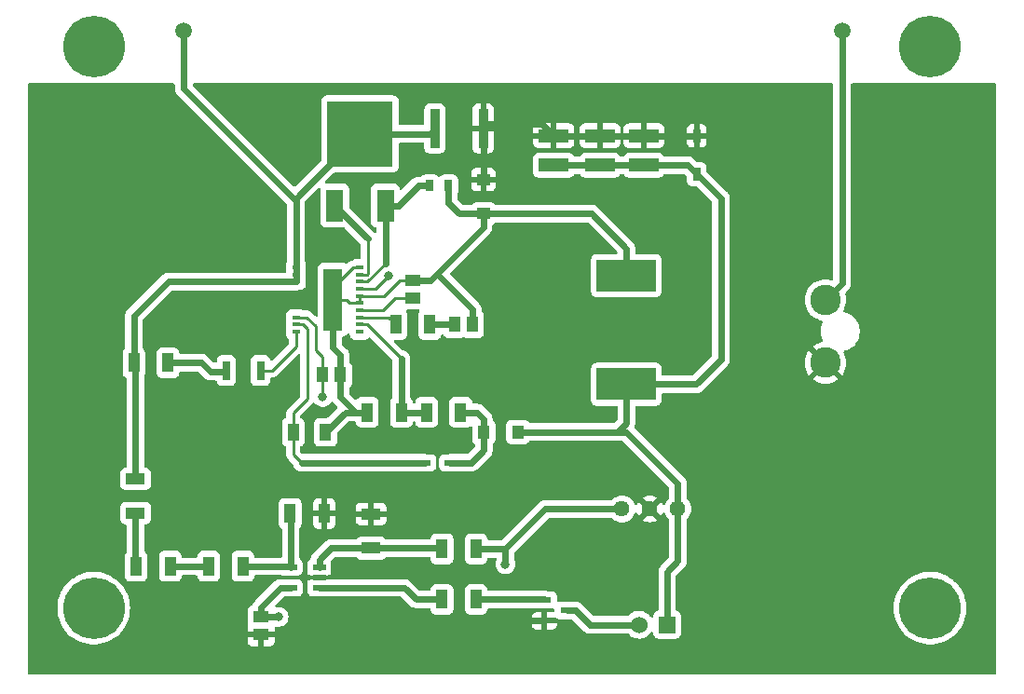
<source format=gbr>
%TF.GenerationSoftware,KiCad,Pcbnew,8.0.2*%
%TF.CreationDate,2024-09-03T17:04:17+02:00*%
%TF.ProjectId,Indicator_voltage,496e6469-6361-4746-9f72-5f766f6c7461,rev?*%
%TF.SameCoordinates,Original*%
%TF.FileFunction,Copper,L1,Top*%
%TF.FilePolarity,Positive*%
%FSLAX46Y46*%
G04 Gerber Fmt 4.6, Leading zero omitted, Abs format (unit mm)*
G04 Created by KiCad (PCBNEW 8.0.2) date 2024-09-03 17:04:17*
%MOMM*%
%LPD*%
G01*
G04 APERTURE LIST*
%TA.AperFunction,SMDPad,CuDef*%
%ADD10R,1.470000X1.070000*%
%TD*%
%TA.AperFunction,ComponentPad*%
%ADD11C,5.600000*%
%TD*%
%TA.AperFunction,SMDPad,CuDef*%
%ADD12R,1.070000X1.470000*%
%TD*%
%TA.AperFunction,SMDPad,CuDef*%
%ADD13R,5.400000X2.900000*%
%TD*%
%TA.AperFunction,SMDPad,CuDef*%
%ADD14R,0.720000X1.820000*%
%TD*%
%TA.AperFunction,SMDPad,CuDef*%
%ADD15R,0.910000X3.520000*%
%TD*%
%TA.AperFunction,ComponentPad*%
%ADD16C,2.775000*%
%TD*%
%TA.AperFunction,SMDPad,CuDef*%
%ADD17R,1.800000X1.050000*%
%TD*%
%TA.AperFunction,SMDPad,CuDef*%
%ADD18R,2.720000X1.260000*%
%TD*%
%TA.AperFunction,SMDPad,CuDef*%
%ADD19R,1.050000X1.800000*%
%TD*%
%TA.AperFunction,SMDPad,CuDef*%
%ADD20R,1.120000X1.220000*%
%TD*%
%TA.AperFunction,ComponentPad*%
%ADD21R,1.530000X1.530000*%
%TD*%
%TA.AperFunction,ComponentPad*%
%ADD22C,1.530000*%
%TD*%
%TA.AperFunction,ComponentPad*%
%ADD23C,1.440000*%
%TD*%
%TA.AperFunction,SMDPad,CuDef*%
%ADD24R,1.220000X1.120000*%
%TD*%
%TA.AperFunction,SMDPad,CuDef*%
%ADD25R,0.800000X1.150000*%
%TD*%
%TA.AperFunction,SMDPad,CuDef*%
%ADD26R,0.800000X1.000000*%
%TD*%
%TA.AperFunction,SMDPad,CuDef*%
%ADD27R,1.300000X0.600000*%
%TD*%
%TA.AperFunction,ComponentPad*%
%ADD28C,1.515000*%
%TD*%
%TA.AperFunction,SMDPad,CuDef*%
%ADD29R,0.800000X0.450000*%
%TD*%
%TA.AperFunction,SMDPad,CuDef*%
%ADD30R,1.780000X5.680000*%
%TD*%
%TA.AperFunction,SMDPad,CuDef*%
%ADD31R,1.600000X3.000000*%
%TD*%
%TA.AperFunction,SMDPad,CuDef*%
%ADD32R,6.000000X6.000000*%
%TD*%
%TA.AperFunction,SMDPad,CuDef*%
%ADD33R,1.050000X1.600000*%
%TD*%
%TA.AperFunction,SMDPad,CuDef*%
%ADD34R,1.150000X0.600000*%
%TD*%
%TA.AperFunction,SMDPad,CuDef*%
%ADD35R,1.050000X0.550000*%
%TD*%
%TA.AperFunction,ViaPad*%
%ADD36C,0.800000*%
%TD*%
%TA.AperFunction,Conductor*%
%ADD37C,0.600000*%
%TD*%
%TA.AperFunction,Conductor*%
%ADD38C,0.250000*%
%TD*%
G04 APERTURE END LIST*
D10*
%TO.P,C10,1*%
%TO.N,0*%
X57200000Y-105420000D03*
%TO.P,C10,2*%
%TO.N,+5V*%
X57200000Y-103780000D03*
%TD*%
D11*
%TO.P,,1*%
%TO.N,N/C*%
X118000000Y-103000000D03*
%TD*%
D12*
%TO.P,C3,1*%
%TO.N,Net-(C3-Pad1)*%
X74780000Y-77200000D03*
%TO.P,C3,2*%
%TO.N,Net-(D3-K)*%
X76420000Y-77200000D03*
%TD*%
D13*
%TO.P,L1,1,1*%
%TO.N,+12V*%
X90400000Y-82650000D03*
%TO.P,L1,2,2*%
%TO.N,Net-(D3-K)*%
X90400000Y-72750000D03*
%TD*%
D14*
%TO.P,C2,1,1*%
%TO.N,Net-(C2-Pad1)*%
X54050000Y-81400000D03*
%TO.P,C2,2,2*%
%TO.N,Net-(IC1-DCM)*%
X57150000Y-81400000D03*
%TD*%
D15*
%TO.P,C1,1,1*%
%TO.N,HV+*%
X73000000Y-59400000D03*
%TO.P,C1,2,2*%
%TO.N,0*%
X77400000Y-59400000D03*
%TD*%
D16*
%TO.P,J1,1,1*%
%TO.N,Net-(F1-Pad1)*%
X108500000Y-75000000D03*
%TO.P,J1,2,2*%
%TO.N,0*%
X108500000Y-80700000D03*
%TD*%
D17*
%TO.P,R14,1*%
%TO.N,Net-(R14-Pad1)*%
X45800000Y-94350000D03*
%TO.P,R14,2*%
%TO.N,HV+*%
X45800000Y-91250000D03*
%TD*%
D18*
%TO.P,C7,1,1*%
%TO.N,0*%
X83800000Y-60070000D03*
%TO.P,C7,2,2*%
%TO.N,+12V*%
X83800000Y-62730000D03*
%TD*%
D19*
%TO.P,R1,1*%
%TO.N,+5V*%
X76750000Y-97600000D03*
%TO.P,R1,2*%
%TO.N,Net-(CP1-IN-)*%
X73650000Y-97600000D03*
%TD*%
D20*
%TO.P,D2,1,K*%
%TO.N,Net-(D1-A)*%
X77450000Y-87000000D03*
%TO.P,D2,2,A*%
%TO.N,+12V*%
X80550000Y-87000000D03*
%TD*%
D21*
%TO.P,J7,1,1*%
%TO.N,+12V*%
X94100000Y-104500000D03*
D22*
%TO.P,J7,2,2*%
%TO.N,LED-*%
X91560000Y-104500000D03*
%TD*%
D19*
%TO.P,R2,1*%
%TO.N,HV+*%
X45650000Y-80700000D03*
%TO.P,R2,2*%
%TO.N,Net-(C2-Pad1)*%
X48750000Y-80700000D03*
%TD*%
D23*
%TO.P,U1,1,+VIN*%
%TO.N,+12V*%
X95078500Y-93976000D03*
%TO.P,U1,2,GND*%
%TO.N,0*%
X92538500Y-93976000D03*
%TO.P,U1,3,+VOUT*%
%TO.N,+5V*%
X89998500Y-93976000D03*
%TD*%
D24*
%TO.P,D3,1,K*%
%TO.N,Net-(D3-K)*%
X77400000Y-67150000D03*
%TO.P,D3,2,A*%
%TO.N,0*%
X77400000Y-64050000D03*
%TD*%
D11*
%TO.P,,1*%
%TO.N,N/C*%
X42000000Y-52000000D03*
%TD*%
D25*
%TO.P,Z1,1,K*%
%TO.N,+12V*%
X96800000Y-63550000D03*
%TO.P,Z1,2,A*%
%TO.N,0*%
X96800000Y-60050000D03*
%TD*%
D19*
%TO.P,R12,1*%
%TO.N,Net-(CP1-IN+)*%
X55550000Y-99200000D03*
%TO.P,R12,2*%
%TO.N,Net-(R12-Pad2)*%
X52450000Y-99200000D03*
%TD*%
D26*
%TO.P,R3,1,1*%
%TO.N,Net-(IC1-SENSE)*%
X72550000Y-64600000D03*
%TO.P,R3,2,2*%
%TO.N,Net-(D3-K)*%
X74250000Y-64600000D03*
%TD*%
D19*
%TO.P,R8,1*%
%TO.N,Net-(IC1-VC)*%
X69450000Y-77200000D03*
%TO.P,R8,2*%
%TO.N,Net-(C3-Pad1)*%
X72550000Y-77200000D03*
%TD*%
D27*
%TO.P,Q1,1*%
%TO.N,Net-(Q1-Pad1)*%
X82950000Y-102250000D03*
%TO.P,Q1,2*%
%TO.N,0*%
X82950000Y-104150000D03*
%TO.P,Q1,3*%
%TO.N,LED-*%
X85050000Y-103200000D03*
%TD*%
D19*
%TO.P,R4,1*%
%TO.N,0*%
X62950000Y-94400000D03*
%TO.P,R4,2*%
%TO.N,Net-(CP1-IN+)*%
X59850000Y-94400000D03*
%TD*%
D11*
%TO.P,,1*%
%TO.N,N/C*%
X42000000Y-103000000D03*
%TD*%
D19*
%TO.P,R6,1*%
%TO.N,Net-(R12-Pad2)*%
X48950000Y-99200000D03*
%TO.P,R6,2*%
%TO.N,Net-(R14-Pad1)*%
X45850000Y-99200000D03*
%TD*%
D18*
%TO.P,C9,1,1*%
%TO.N,0*%
X92000000Y-60070000D03*
%TO.P,C9,2,2*%
%TO.N,+12V*%
X92000000Y-62730000D03*
%TD*%
D28*
%TO.P,F1,1,1*%
%TO.N,Net-(F1-Pad1)*%
X110000000Y-50500000D03*
%TO.P,F1,2,2*%
%TO.N,HV+*%
X50160000Y-50500000D03*
%TD*%
D12*
%TO.P,C5,1*%
%TO.N,Net-(D3-K)*%
X64420000Y-81800000D03*
%TO.P,C5,2*%
%TO.N,Net-(IC1-EN{slash}UVLO)*%
X62780000Y-81800000D03*
%TD*%
D17*
%TO.P,R5,1*%
%TO.N,Net-(CP1-IN-)*%
X67200000Y-97550000D03*
%TO.P,R5,2*%
%TO.N,0*%
X67200000Y-94450000D03*
%TD*%
D19*
%TO.P,R10,1*%
%TO.N,Net-(IC1-FB)*%
X69950000Y-85200000D03*
%TO.P,R10,2*%
%TO.N,Net-(D3-K)*%
X66850000Y-85200000D03*
%TD*%
D29*
%TO.P,IC1,1,VIN_1*%
%TO.N,HV+*%
X60375000Y-72025000D03*
%TO.P,IC1,2,VIN_2*%
X60375000Y-72675000D03*
%TO.P,IC1,3,VIN_3*%
X60375000Y-73325000D03*
%TO.P,IC1,8,INTVCC*%
%TO.N,Net-(IC1-EN{slash}UVLO)*%
X60375000Y-76575000D03*
%TO.P,IC1,9,BIAS*%
%TO.N,Net-(D1-K)*%
X60375000Y-77225000D03*
%TO.P,IC1,10,DCM*%
%TO.N,Net-(IC1-DCM)*%
X60375000Y-77875000D03*
%TO.P,IC1,11,TC*%
%TO.N,unconnected-(IC1-TC-Pad11)*%
X66175000Y-77875000D03*
%TO.P,IC1,12,FB*%
%TO.N,Net-(IC1-FB)*%
X66175000Y-77225000D03*
%TO.P,IC1,13,VC*%
%TO.N,Net-(IC1-VC)*%
X66175000Y-76575000D03*
%TO.P,IC1,14,IREG/SS*%
%TO.N,Net-(IC1-IREG{slash}SS)*%
X66175000Y-75925000D03*
%TO.P,IC1,15,GND_1*%
%TO.N,Net-(D3-K)*%
X66175000Y-75275000D03*
%TO.P,IC1,16,~{SMODE}*%
X66175000Y-74625000D03*
%TO.P,IC1,17,EN/UVLO*%
%TO.N,Net-(IC1-EN{slash}UVLO)*%
X66175000Y-73975000D03*
%TO.P,IC1,18,SENSE*%
%TO.N,Net-(IC1-SENSE)*%
X66175000Y-73325000D03*
%TO.P,IC1,19,GATE*%
%TO.N,Net-(IC1-GATE)*%
X66175000Y-72675000D03*
%TO.P,IC1,20,GND_2*%
%TO.N,Net-(D3-K)*%
X66175000Y-72025000D03*
D30*
%TO.P,IC1,21,GND_3*%
X63745000Y-74950000D03*
%TD*%
D31*
%TO.P,Q2,1,G*%
%TO.N,Net-(IC1-GATE)*%
X63900000Y-66400000D03*
D32*
%TO.P,Q2,2,D*%
%TO.N,HV+*%
X66200000Y-59900000D03*
D31*
%TO.P,Q2,3,S*%
%TO.N,Net-(IC1-SENSE)*%
X68500000Y-66400000D03*
%TD*%
D11*
%TO.P,,1*%
%TO.N,N/C*%
X118000000Y-52000000D03*
%TD*%
D19*
%TO.P,R7,1*%
%TO.N,Net-(CP1-OUT)*%
X73650000Y-102200000D03*
%TO.P,R7,2*%
%TO.N,Net-(Q1-Pad1)*%
X76750000Y-102200000D03*
%TD*%
D33*
%TO.P,C6,1,1*%
%TO.N,Net-(D3-K)*%
X63075000Y-87000000D03*
%TO.P,C6,2,2*%
%TO.N,Net-(D1-K)*%
X60125000Y-87000000D03*
%TD*%
D10*
%TO.P,C4,1*%
%TO.N,Net-(IC1-IREG{slash}SS)*%
X71000000Y-74820000D03*
%TO.P,C4,2*%
%TO.N,Net-(D3-K)*%
X71000000Y-73180000D03*
%TD*%
D34*
%TO.P,CP1,1,OUT*%
%TO.N,Net-(CP1-OUT)*%
X62500000Y-101150000D03*
%TO.P,CP1,2,VCC-*%
%TO.N,0*%
X62500000Y-100200000D03*
%TO.P,CP1,3,IN-*%
%TO.N,Net-(CP1-IN-)*%
X62500000Y-99250000D03*
%TO.P,CP1,4,IN+*%
%TO.N,Net-(CP1-IN+)*%
X59900000Y-99250000D03*
%TO.P,CP1,5,VCC+*%
%TO.N,+5V*%
X59900000Y-101150000D03*
%TD*%
D19*
%TO.P,R9,1*%
%TO.N,Net-(IC1-FB)*%
X72250000Y-85200000D03*
%TO.P,R9,2*%
%TO.N,Net-(D1-A)*%
X75350000Y-85200000D03*
%TD*%
D18*
%TO.P,C8,1,1*%
%TO.N,0*%
X88000000Y-60070000D03*
%TO.P,C8,2,2*%
%TO.N,+12V*%
X88000000Y-62730000D03*
%TD*%
D35*
%TO.P,D1,1,K*%
%TO.N,Net-(D1-K)*%
X72100000Y-89800000D03*
%TO.P,D1,2,A*%
%TO.N,Net-(D1-A)*%
X74400000Y-89800000D03*
%TD*%
D36*
%TO.N,Net-(IC1-EN{slash}UVLO)*%
X68800000Y-72800000D03*
X62800000Y-83800000D03*
%TO.N,+5V*%
X79400000Y-99000000D03*
X58800000Y-103800000D03*
%TD*%
D37*
%TO.N,Net-(CP1-OUT)*%
X70250000Y-101150000D02*
X71300000Y-102200000D01*
X62500000Y-101150000D02*
X70250000Y-101150000D01*
X71300000Y-102200000D02*
X73650000Y-102200000D01*
%TO.N,0*%
X82730000Y-59000000D02*
X83800000Y-60070000D01*
X77800000Y-59000000D02*
X82730000Y-59000000D01*
X96580000Y-60070000D02*
X96800000Y-59850000D01*
X83800000Y-60070000D02*
X96580000Y-60070000D01*
D38*
X67150000Y-94400000D02*
X67200000Y-94450000D01*
D37*
X77400000Y-59400000D02*
X77800000Y-59000000D01*
X82950000Y-104150000D02*
X81650000Y-104150000D01*
X77400000Y-59400000D02*
X77400000Y-64050000D01*
%TO.N,Net-(CP1-IN-)*%
X67200000Y-97550000D02*
X63550000Y-97550000D01*
D38*
X73600000Y-97550000D02*
X73650000Y-97600000D01*
D37*
X63550000Y-97550000D02*
X62500000Y-98600000D01*
X62500000Y-98600000D02*
X62500000Y-99250000D01*
X67200000Y-97550000D02*
X73600000Y-97550000D01*
D38*
%TO.N,Net-(CP1-IN+)*%
X59850000Y-99200000D02*
X59900000Y-99250000D01*
X59900000Y-94450000D02*
X59850000Y-94400000D01*
D37*
X59900000Y-99250000D02*
X59900000Y-94450000D01*
X55550000Y-99200000D02*
X59850000Y-99200000D01*
%TO.N,Net-(C3-Pad1)*%
X72550000Y-77200000D02*
X74780000Y-77200000D01*
D38*
%TO.N,Net-(Q1-Pad1)*%
X82900000Y-102200000D02*
X82950000Y-102250000D01*
D37*
X76750000Y-102200000D02*
X82900000Y-102200000D01*
%TO.N,LED-*%
X87100000Y-104500000D02*
X91560000Y-104500000D01*
X85800000Y-103200000D02*
X87100000Y-104500000D01*
X85050000Y-103200000D02*
X85800000Y-103200000D01*
%TO.N,HV+*%
X72500000Y-59900000D02*
X73000000Y-59400000D01*
X50160000Y-55785000D02*
X50160000Y-50500000D01*
X45650000Y-81050000D02*
X45800000Y-81200000D01*
X45650000Y-80700000D02*
X45650000Y-81050000D01*
X45650000Y-76450000D02*
X48775000Y-73325000D01*
X66200000Y-59900000D02*
X72500000Y-59900000D01*
X60375000Y-73325000D02*
X60375000Y-72025000D01*
X45650000Y-80700000D02*
X45650000Y-76450000D01*
X45800000Y-81200000D02*
X45800000Y-91250000D01*
X48775000Y-73325000D02*
X60375000Y-73325000D01*
X60375000Y-65725000D02*
X66200000Y-59900000D01*
X60375000Y-66000000D02*
X50160000Y-55785000D01*
X60375000Y-72025000D02*
X60375000Y-66000000D01*
X45650000Y-80700000D02*
X45650000Y-76550000D01*
X60375000Y-66000000D02*
X60375000Y-65725000D01*
%TO.N,Net-(R12-Pad2)*%
X48950000Y-99200000D02*
X52450000Y-99200000D01*
D38*
%TO.N,Net-(R14-Pad1)*%
X45800000Y-99150000D02*
X45850000Y-99200000D01*
D37*
X45800000Y-94350000D02*
X45800000Y-99150000D01*
%TO.N,Net-(D3-K)*%
X64420000Y-83820000D02*
X65800000Y-85200000D01*
D38*
X66175000Y-74625000D02*
X68338604Y-74625000D01*
D37*
X63745000Y-79345000D02*
X64420000Y-80020000D01*
D38*
X63745000Y-74950000D02*
X64950000Y-74950000D01*
D37*
X64420000Y-81800000D02*
X64420000Y-83820000D01*
X76420000Y-77200000D02*
X76420000Y-75820000D01*
X66850000Y-85200000D02*
X64875000Y-85200000D01*
D38*
X68338604Y-74625000D02*
X69783604Y-73180000D01*
X63745000Y-73855000D02*
X65575000Y-72025000D01*
D37*
X63745000Y-74950000D02*
X63745000Y-73855000D01*
X63745000Y-74950000D02*
X63745000Y-79345000D01*
X74250000Y-66150000D02*
X75250000Y-67150000D01*
X87250000Y-67150000D02*
X90400000Y-70300000D01*
X77400000Y-68380000D02*
X72600000Y-73180000D01*
X64420000Y-80020000D02*
X64420000Y-81800000D01*
X64875000Y-85200000D02*
X63075000Y-87000000D01*
X65800000Y-85200000D02*
X66850000Y-85200000D01*
X76420000Y-75820000D02*
X73190000Y-72590000D01*
X75250000Y-67150000D02*
X77400000Y-67150000D01*
D38*
X64950000Y-74950000D02*
X65275000Y-75275000D01*
X69783604Y-73180000D02*
X71000000Y-73180000D01*
D37*
X77400000Y-67150000D02*
X77400000Y-68380000D01*
X90400000Y-70300000D02*
X90400000Y-72750000D01*
X72600000Y-73180000D02*
X71000000Y-73180000D01*
D38*
X66175000Y-74625000D02*
X66175000Y-75275000D01*
D37*
X74250000Y-64600000D02*
X74250000Y-66150000D01*
D38*
X65275000Y-75275000D02*
X66175000Y-75275000D01*
D37*
X77400000Y-67150000D02*
X87250000Y-67150000D01*
D38*
X65575000Y-72025000D02*
X66175000Y-72025000D01*
%TO.N,Net-(IC1-IREG{slash}SS)*%
X69380000Y-74820000D02*
X71000000Y-74820000D01*
X66175000Y-75925000D02*
X68275000Y-75925000D01*
X68275000Y-75925000D02*
X69380000Y-74820000D01*
%TO.N,Net-(IC1-EN{slash}UVLO)*%
X61375000Y-76575000D02*
X62200000Y-77400000D01*
X67625000Y-73975000D02*
X68800000Y-72800000D01*
X62200000Y-79600000D02*
X62780000Y-80180000D01*
X62780000Y-80180000D02*
X62780000Y-81800000D01*
D37*
X62780000Y-83780000D02*
X62800000Y-83800000D01*
D38*
X62780000Y-81800000D02*
X62780000Y-83780000D01*
X60375000Y-76575000D02*
X61375000Y-76575000D01*
X62200000Y-77400000D02*
X62200000Y-79600000D01*
X66175000Y-73975000D02*
X67625000Y-73975000D01*
%TO.N,Net-(D1-K)*%
X60125000Y-87000000D02*
X60125000Y-89025000D01*
D37*
X60900000Y-89800000D02*
X72100000Y-89800000D01*
D38*
X61400000Y-84000000D02*
X60125000Y-85275000D01*
X60125000Y-85275000D02*
X60125000Y-87000000D01*
X60375000Y-77225000D02*
X61025000Y-77225000D01*
X61400000Y-77600000D02*
X61400000Y-84000000D01*
X60125000Y-89025000D02*
X60900000Y-89800000D01*
X61025000Y-77225000D02*
X61400000Y-77600000D01*
D37*
%TO.N,+5V*%
X58950000Y-101150000D02*
X59900000Y-101150000D01*
X57200000Y-103780000D02*
X57200000Y-102900000D01*
X57200000Y-102900000D02*
X58950000Y-101150000D01*
X79400000Y-97600000D02*
X79400000Y-99000000D01*
D38*
X58780000Y-103780000D02*
X58800000Y-103800000D01*
D37*
X83024000Y-93976000D02*
X79400000Y-97600000D01*
X89998500Y-93976000D02*
X83024000Y-93976000D01*
X57200000Y-103780000D02*
X58780000Y-103780000D01*
X79400000Y-97600000D02*
X76750000Y-97600000D01*
%TO.N,+12V*%
X99000000Y-80400000D02*
X99000000Y-65750000D01*
X90400000Y-86200000D02*
X90400000Y-82650000D01*
X90400000Y-87000000D02*
X89600000Y-87000000D01*
X95980000Y-62730000D02*
X96800000Y-63550000D01*
X99000000Y-65750000D02*
X96800000Y-63550000D01*
X96750000Y-82650000D02*
X99000000Y-80400000D01*
X95078500Y-91678500D02*
X90400000Y-87000000D01*
X80550000Y-87000000D02*
X89600000Y-87000000D01*
X83800000Y-62730000D02*
X95980000Y-62730000D01*
X95078500Y-98721500D02*
X95078500Y-93976000D01*
X94105000Y-99695000D02*
X95078500Y-98721500D01*
X94105000Y-104495000D02*
X94105000Y-99695000D01*
X90400000Y-82650000D02*
X96750000Y-82650000D01*
D38*
X94100000Y-104500000D02*
X94105000Y-104495000D01*
D37*
X95078500Y-93976000D02*
X95078500Y-91678500D01*
X89600000Y-87000000D02*
X90400000Y-86200000D01*
%TO.N,Net-(C2-Pad1)*%
X52600000Y-81500000D02*
X53950000Y-81500000D01*
X51800000Y-80700000D02*
X52600000Y-81500000D01*
X48750000Y-80700000D02*
X51800000Y-80700000D01*
X53950000Y-81500000D02*
X54050000Y-81400000D01*
D38*
%TO.N,Net-(IC1-VC)*%
X68825000Y-76575000D02*
X69450000Y-77200000D01*
X66175000Y-76575000D02*
X68825000Y-76575000D01*
D37*
%TO.N,Net-(D1-A)*%
X76800000Y-85200000D02*
X77450000Y-85850000D01*
X77450000Y-88650000D02*
X77450000Y-87000000D01*
X76300000Y-89800000D02*
X77450000Y-88650000D01*
X74650000Y-89800000D02*
X76300000Y-89800000D01*
X75350000Y-85200000D02*
X76800000Y-85200000D01*
X77450000Y-85850000D02*
X77450000Y-87000000D01*
X74400000Y-89800000D02*
X74650000Y-89800000D01*
%TO.N,Net-(IC1-FB)*%
X72250000Y-85200000D02*
X69950000Y-85200000D01*
X69950000Y-85200000D02*
X69950000Y-80350000D01*
D38*
X69950000Y-80350000D02*
X66825000Y-77225000D01*
X66825000Y-77225000D02*
X66175000Y-77225000D01*
%TO.N,Net-(IC1-DCM)*%
X60375000Y-79225000D02*
X60375000Y-78175000D01*
X58200000Y-81400000D02*
X60375000Y-79225000D01*
X57150000Y-81400000D02*
X58200000Y-81400000D01*
X60375000Y-78175000D02*
X60375000Y-77875000D01*
D37*
%TO.N,Net-(IC1-SENSE)*%
X71500000Y-64600000D02*
X72550000Y-64600000D01*
X68500000Y-71650000D02*
X68500000Y-66400000D01*
X69700000Y-66400000D02*
X71500000Y-64600000D01*
D38*
X66175000Y-73325000D02*
X66825000Y-73325000D01*
X66825000Y-73325000D02*
X68500000Y-71650000D01*
D37*
X68500000Y-66400000D02*
X69700000Y-66400000D01*
%TO.N,Net-(IC1-GATE)*%
X66900000Y-69400000D02*
X63900000Y-66400000D01*
D38*
X66825000Y-72675000D02*
X66900000Y-72600000D01*
X66900000Y-72600000D02*
X66900000Y-69400000D01*
X66175000Y-72675000D02*
X66825000Y-72675000D01*
D37*
%TO.N,Net-(F1-Pad1)*%
X110000000Y-50500000D02*
X110000000Y-73500000D01*
X110000000Y-73500000D02*
X108500000Y-75000000D01*
%TD*%
%TA.AperFunction,Conductor*%
%TO.N,0*%
G36*
X41817695Y-55300431D02*
G01*
X41817702Y-55300318D01*
X41821047Y-55300499D01*
X41821052Y-55300500D01*
X41821057Y-55300500D01*
X42178943Y-55300500D01*
X42178948Y-55300500D01*
X42178952Y-55300499D01*
X42182298Y-55300318D01*
X42182304Y-55300431D01*
X42190267Y-55300000D01*
X49235500Y-55300000D01*
X49302539Y-55319685D01*
X49348294Y-55372489D01*
X49359500Y-55424000D01*
X49359500Y-55863846D01*
X49390261Y-56018489D01*
X49390264Y-56018501D01*
X49450602Y-56164172D01*
X49450609Y-56164185D01*
X49538210Y-56295288D01*
X49538213Y-56295292D01*
X59538181Y-66295259D01*
X59571666Y-66356582D01*
X59574500Y-66382940D01*
X59574500Y-71458561D01*
X59554815Y-71525600D01*
X59549767Y-71532872D01*
X59531204Y-71557668D01*
X59531202Y-71557671D01*
X59480910Y-71692513D01*
X59480909Y-71692517D01*
X59474500Y-71752127D01*
X59474500Y-71752134D01*
X59474500Y-71752135D01*
X59474500Y-72297869D01*
X59474501Y-72297878D01*
X59478679Y-72336745D01*
X59478679Y-72363251D01*
X59474500Y-72402123D01*
X59474323Y-72405434D01*
X59474145Y-72405424D01*
X59474145Y-72405428D01*
X59474079Y-72405420D01*
X59473070Y-72405366D01*
X59454815Y-72467539D01*
X59402011Y-72513294D01*
X59350500Y-72524500D01*
X48696154Y-72524500D01*
X48541509Y-72555261D01*
X48541497Y-72555264D01*
X48498832Y-72572936D01*
X48498833Y-72572937D01*
X48395823Y-72615604D01*
X48278802Y-72693796D01*
X48278801Y-72693797D01*
X48264707Y-72703213D01*
X48264706Y-72703214D01*
X45769711Y-75198211D01*
X45139711Y-75828211D01*
X45111720Y-75856202D01*
X45028209Y-75939712D01*
X44940609Y-76070814D01*
X44940602Y-76070827D01*
X44880264Y-76216498D01*
X44880261Y-76216510D01*
X44849500Y-76371153D01*
X44849500Y-79318964D01*
X44829815Y-79386003D01*
X44799812Y-79418230D01*
X44767457Y-79442450D01*
X44767451Y-79442457D01*
X44681206Y-79557664D01*
X44681202Y-79557671D01*
X44630908Y-79692517D01*
X44627071Y-79728210D01*
X44624501Y-79752123D01*
X44624500Y-79752135D01*
X44624500Y-81647870D01*
X44624501Y-81647876D01*
X44630908Y-81707483D01*
X44681202Y-81842328D01*
X44681206Y-81842335D01*
X44767452Y-81957544D01*
X44767455Y-81957547D01*
X44882664Y-82043793D01*
X44882669Y-82043796D01*
X44918832Y-82057284D01*
X44974766Y-82099154D01*
X44999184Y-82164618D01*
X44999500Y-82173466D01*
X44999500Y-90100500D01*
X44979815Y-90167539D01*
X44927011Y-90213294D01*
X44875505Y-90224500D01*
X44852132Y-90224500D01*
X44852123Y-90224501D01*
X44792516Y-90230908D01*
X44657671Y-90281202D01*
X44657664Y-90281206D01*
X44542455Y-90367452D01*
X44542452Y-90367455D01*
X44456206Y-90482664D01*
X44456202Y-90482671D01*
X44405908Y-90617517D01*
X44399501Y-90677116D01*
X44399501Y-90677123D01*
X44399500Y-90677135D01*
X44399500Y-91822870D01*
X44399501Y-91822876D01*
X44405908Y-91882483D01*
X44456202Y-92017328D01*
X44456206Y-92017335D01*
X44542452Y-92132544D01*
X44542455Y-92132547D01*
X44657664Y-92218793D01*
X44657671Y-92218797D01*
X44792517Y-92269091D01*
X44792516Y-92269091D01*
X44799444Y-92269835D01*
X44852127Y-92275500D01*
X46747872Y-92275499D01*
X46807483Y-92269091D01*
X46942331Y-92218796D01*
X47057546Y-92132546D01*
X47143796Y-92017331D01*
X47194091Y-91882483D01*
X47200500Y-91822873D01*
X47200499Y-90677128D01*
X47194091Y-90617517D01*
X47178419Y-90575499D01*
X47143797Y-90482671D01*
X47143793Y-90482664D01*
X47057547Y-90367455D01*
X47057544Y-90367452D01*
X46942335Y-90281206D01*
X46942328Y-90281202D01*
X46807482Y-90230908D01*
X46807483Y-90230908D01*
X46747883Y-90224501D01*
X46747881Y-90224500D01*
X46747873Y-90224500D01*
X46747865Y-90224500D01*
X46724500Y-90224500D01*
X46657461Y-90204815D01*
X46611706Y-90152011D01*
X46600500Y-90100500D01*
X46600500Y-81907486D01*
X46615671Y-81848054D01*
X46618793Y-81842333D01*
X46618796Y-81842331D01*
X46669091Y-81707483D01*
X46675500Y-81647873D01*
X46675499Y-79752135D01*
X47724500Y-79752135D01*
X47724500Y-81647870D01*
X47724501Y-81647876D01*
X47730908Y-81707483D01*
X47781202Y-81842328D01*
X47781206Y-81842335D01*
X47867452Y-81957544D01*
X47867455Y-81957547D01*
X47982664Y-82043793D01*
X47982671Y-82043797D01*
X48117517Y-82094091D01*
X48117516Y-82094091D01*
X48124444Y-82094835D01*
X48177127Y-82100500D01*
X49322872Y-82100499D01*
X49382483Y-82094091D01*
X49517331Y-82043796D01*
X49632546Y-81957546D01*
X49718796Y-81842331D01*
X49769091Y-81707483D01*
X49775500Y-81647873D01*
X49775500Y-81624500D01*
X49795185Y-81557461D01*
X49847989Y-81511706D01*
X49899500Y-81500500D01*
X51417060Y-81500500D01*
X51484099Y-81520185D01*
X51504741Y-81536819D01*
X52089707Y-82121786D01*
X52089711Y-82121789D01*
X52220814Y-82209390D01*
X52220827Y-82209397D01*
X52366498Y-82269735D01*
X52366503Y-82269737D01*
X52478024Y-82291920D01*
X52521153Y-82300499D01*
X52521156Y-82300500D01*
X52521158Y-82300500D01*
X52678843Y-82300500D01*
X53071949Y-82300500D01*
X53138988Y-82320185D01*
X53184743Y-82372989D01*
X53195239Y-82411251D01*
X53195908Y-82417482D01*
X53246202Y-82552328D01*
X53246206Y-82552335D01*
X53332452Y-82667544D01*
X53332455Y-82667547D01*
X53447664Y-82753793D01*
X53447671Y-82753797D01*
X53582517Y-82804091D01*
X53582516Y-82804091D01*
X53589444Y-82804835D01*
X53642127Y-82810500D01*
X54457872Y-82810499D01*
X54517483Y-82804091D01*
X54652331Y-82753796D01*
X54767546Y-82667546D01*
X54853796Y-82552331D01*
X54904091Y-82417483D01*
X54910500Y-82357873D01*
X54910499Y-80442128D01*
X54904091Y-80382517D01*
X54881205Y-80321157D01*
X54853797Y-80247671D01*
X54853793Y-80247664D01*
X54767547Y-80132455D01*
X54767544Y-80132452D01*
X54652335Y-80046206D01*
X54652328Y-80046202D01*
X54517482Y-79995908D01*
X54517483Y-79995908D01*
X54457883Y-79989501D01*
X54457881Y-79989500D01*
X54457873Y-79989500D01*
X54457864Y-79989500D01*
X53642129Y-79989500D01*
X53642123Y-79989501D01*
X53582516Y-79995908D01*
X53447671Y-80046202D01*
X53447664Y-80046206D01*
X53332455Y-80132452D01*
X53332452Y-80132455D01*
X53246206Y-80247664D01*
X53246202Y-80247671D01*
X53195908Y-80382517D01*
X53189501Y-80442116D01*
X53189501Y-80442123D01*
X53189500Y-80442135D01*
X53189500Y-80575500D01*
X53169815Y-80642539D01*
X53117011Y-80688294D01*
X53065500Y-80699500D01*
X52982940Y-80699500D01*
X52915901Y-80679815D01*
X52895259Y-80663181D01*
X52310292Y-80078213D01*
X52310288Y-80078210D01*
X52179185Y-79990609D01*
X52179172Y-79990602D01*
X52033501Y-79930264D01*
X52033489Y-79930261D01*
X51878845Y-79899500D01*
X51878842Y-79899500D01*
X49899499Y-79899500D01*
X49832460Y-79879815D01*
X49786705Y-79827011D01*
X49775499Y-79775500D01*
X49775499Y-79752129D01*
X49775498Y-79752123D01*
X49775497Y-79752116D01*
X49769091Y-79692517D01*
X49749809Y-79640820D01*
X49718797Y-79557671D01*
X49718793Y-79557664D01*
X49632547Y-79442455D01*
X49632544Y-79442452D01*
X49517335Y-79356206D01*
X49517328Y-79356202D01*
X49382482Y-79305908D01*
X49382483Y-79305908D01*
X49322883Y-79299501D01*
X49322881Y-79299500D01*
X49322873Y-79299500D01*
X49322864Y-79299500D01*
X48177129Y-79299500D01*
X48177123Y-79299501D01*
X48117516Y-79305908D01*
X47982671Y-79356202D01*
X47982664Y-79356206D01*
X47867455Y-79442452D01*
X47867452Y-79442455D01*
X47781206Y-79557664D01*
X47781202Y-79557671D01*
X47730908Y-79692517D01*
X47727071Y-79728210D01*
X47724501Y-79752123D01*
X47724500Y-79752135D01*
X46675499Y-79752135D01*
X46675499Y-79752128D01*
X46669091Y-79692517D01*
X46649809Y-79640820D01*
X46618797Y-79557671D01*
X46618793Y-79557664D01*
X46532548Y-79442457D01*
X46532546Y-79442454D01*
X46532544Y-79442452D01*
X46532542Y-79442450D01*
X46500188Y-79418230D01*
X46458318Y-79362296D01*
X46450500Y-79318964D01*
X46450500Y-76832940D01*
X46470185Y-76765901D01*
X46486819Y-76745259D01*
X49070259Y-74161819D01*
X49131582Y-74128334D01*
X49157940Y-74125500D01*
X60453844Y-74125500D01*
X60453845Y-74125499D01*
X60608497Y-74094737D01*
X60692509Y-74059937D01*
X60739962Y-74050499D01*
X60822871Y-74050499D01*
X60822872Y-74050499D01*
X60882483Y-74044091D01*
X61017331Y-73993796D01*
X61132546Y-73907546D01*
X61218796Y-73792331D01*
X61269091Y-73657483D01*
X61275500Y-73597873D01*
X61275499Y-73052128D01*
X61275498Y-73052111D01*
X61271320Y-73013253D01*
X61271320Y-72986747D01*
X61275500Y-72947873D01*
X61275499Y-72402128D01*
X61275499Y-72402127D01*
X61275498Y-72402111D01*
X61271320Y-72363253D01*
X61271320Y-72336745D01*
X61275500Y-72297873D01*
X61275499Y-71752128D01*
X61269091Y-71692517D01*
X61259277Y-71666205D01*
X61218797Y-71557671D01*
X61218795Y-71557668D01*
X61200233Y-71532872D01*
X61175816Y-71467408D01*
X61175500Y-71458561D01*
X61175500Y-66107939D01*
X61195185Y-66040900D01*
X61211814Y-66020263D01*
X62387820Y-64844257D01*
X62449142Y-64810773D01*
X62518834Y-64815757D01*
X62574767Y-64857629D01*
X62599184Y-64923093D01*
X62599500Y-64931939D01*
X62599500Y-67947870D01*
X62599501Y-67947876D01*
X62605908Y-68007483D01*
X62656202Y-68142328D01*
X62656206Y-68142335D01*
X62742452Y-68257544D01*
X62742455Y-68257547D01*
X62857664Y-68343793D01*
X62857671Y-68343797D01*
X62992517Y-68394091D01*
X62992516Y-68394091D01*
X62999444Y-68394835D01*
X63052127Y-68400500D01*
X64717059Y-68400499D01*
X64784098Y-68420184D01*
X64804740Y-68436818D01*
X66238181Y-69870259D01*
X66271666Y-69931582D01*
X66274500Y-69957940D01*
X66274500Y-71175500D01*
X66254815Y-71242539D01*
X66202011Y-71288294D01*
X66150500Y-71299500D01*
X65727129Y-71299500D01*
X65727123Y-71299501D01*
X65667516Y-71305908D01*
X65532671Y-71356202D01*
X65532670Y-71356203D01*
X65483400Y-71393085D01*
X65433285Y-71415433D01*
X65392552Y-71423535D01*
X65392547Y-71423537D01*
X65346879Y-71442454D01*
X65346877Y-71442455D01*
X65278712Y-71470688D01*
X65268627Y-71477428D01*
X65268626Y-71477429D01*
X65176268Y-71539140D01*
X65149500Y-71565909D01*
X65089142Y-71626267D01*
X65089138Y-71626271D01*
X65051599Y-71663809D01*
X64990275Y-71697294D01*
X64920584Y-71692308D01*
X64889610Y-71675395D01*
X64877334Y-71666205D01*
X64877328Y-71666202D01*
X64742482Y-71615908D01*
X64742483Y-71615908D01*
X64682883Y-71609501D01*
X64682881Y-71609500D01*
X64682873Y-71609500D01*
X64682864Y-71609500D01*
X62807129Y-71609500D01*
X62807123Y-71609501D01*
X62747516Y-71615908D01*
X62612671Y-71666202D01*
X62612664Y-71666206D01*
X62497455Y-71752452D01*
X62497452Y-71752455D01*
X62411206Y-71867664D01*
X62411202Y-71867671D01*
X62360908Y-72002517D01*
X62354501Y-72062116D01*
X62354500Y-72062135D01*
X62354500Y-76370548D01*
X62334815Y-76437587D01*
X62282011Y-76483342D01*
X62212853Y-76493286D01*
X62149297Y-76464261D01*
X62142819Y-76458229D01*
X61865198Y-76180608D01*
X61865178Y-76180586D01*
X61773736Y-76089144D01*
X61773732Y-76089141D01*
X61720387Y-76053497D01*
X61671287Y-76020689D01*
X61671286Y-76020688D01*
X61671283Y-76020686D01*
X61671280Y-76020685D01*
X61589003Y-75986606D01*
X61557453Y-75973537D01*
X61544235Y-75970908D01*
X61497029Y-75961518D01*
X61436610Y-75949500D01*
X61436607Y-75949500D01*
X61436606Y-75949500D01*
X61116439Y-75949500D01*
X61049400Y-75929815D01*
X61042128Y-75924767D01*
X61017331Y-75906204D01*
X61017328Y-75906202D01*
X60882482Y-75855908D01*
X60882483Y-75855908D01*
X60822883Y-75849501D01*
X60822881Y-75849500D01*
X60822873Y-75849500D01*
X60822864Y-75849500D01*
X59927129Y-75849500D01*
X59927123Y-75849501D01*
X59867516Y-75855908D01*
X59732671Y-75906202D01*
X59732664Y-75906206D01*
X59617455Y-75992452D01*
X59617452Y-75992455D01*
X59531206Y-76107664D01*
X59531202Y-76107671D01*
X59482024Y-76239527D01*
X59480909Y-76242517D01*
X59474500Y-76302127D01*
X59474500Y-76302134D01*
X59474500Y-76302135D01*
X59474500Y-76847869D01*
X59474501Y-76847878D01*
X59478679Y-76886745D01*
X59478679Y-76913250D01*
X59474500Y-76952122D01*
X59474500Y-77497869D01*
X59474501Y-77497878D01*
X59478679Y-77536745D01*
X59478679Y-77563250D01*
X59474500Y-77602122D01*
X59474500Y-78147870D01*
X59474501Y-78147876D01*
X59480908Y-78207483D01*
X59531202Y-78342328D01*
X59531206Y-78342335D01*
X59617452Y-78457544D01*
X59617453Y-78457545D01*
X59617454Y-78457546D01*
X59699811Y-78519198D01*
X59741682Y-78575131D01*
X59749500Y-78618464D01*
X59749500Y-78914547D01*
X59729815Y-78981586D01*
X59713181Y-79002228D01*
X58219274Y-80496134D01*
X58157951Y-80529619D01*
X58088259Y-80524635D01*
X58032326Y-80482763D01*
X58008303Y-80421704D01*
X58004091Y-80382516D01*
X57953797Y-80247671D01*
X57953793Y-80247664D01*
X57867547Y-80132455D01*
X57867544Y-80132452D01*
X57752335Y-80046206D01*
X57752328Y-80046202D01*
X57617482Y-79995908D01*
X57617483Y-79995908D01*
X57557883Y-79989501D01*
X57557881Y-79989500D01*
X57557873Y-79989500D01*
X57557864Y-79989500D01*
X56742129Y-79989500D01*
X56742123Y-79989501D01*
X56682516Y-79995908D01*
X56547671Y-80046202D01*
X56547664Y-80046206D01*
X56432455Y-80132452D01*
X56432452Y-80132455D01*
X56346206Y-80247664D01*
X56346202Y-80247671D01*
X56295908Y-80382517D01*
X56289501Y-80442116D01*
X56289501Y-80442123D01*
X56289500Y-80442135D01*
X56289500Y-82357870D01*
X56289501Y-82357876D01*
X56295908Y-82417483D01*
X56346202Y-82552328D01*
X56346206Y-82552335D01*
X56432452Y-82667544D01*
X56432455Y-82667547D01*
X56547664Y-82753793D01*
X56547671Y-82753797D01*
X56682517Y-82804091D01*
X56682516Y-82804091D01*
X56689444Y-82804835D01*
X56742127Y-82810500D01*
X57557872Y-82810499D01*
X57617483Y-82804091D01*
X57752331Y-82753796D01*
X57867546Y-82667546D01*
X57953796Y-82552331D01*
X58004091Y-82417483D01*
X58010500Y-82357873D01*
X58010500Y-82149500D01*
X58030185Y-82082461D01*
X58082989Y-82036706D01*
X58134500Y-82025500D01*
X58261608Y-82025500D01*
X58261608Y-82025499D01*
X58338079Y-82010289D01*
X58338080Y-82010289D01*
X58353143Y-82007292D01*
X58382452Y-82001463D01*
X58415792Y-81987652D01*
X58496286Y-81954312D01*
X58562168Y-81910290D01*
X58598733Y-81885858D01*
X58685858Y-81798733D01*
X58685858Y-81798731D01*
X58696066Y-81788524D01*
X58696067Y-81788521D01*
X60562820Y-79921768D01*
X60624142Y-79888285D01*
X60693834Y-79893269D01*
X60749767Y-79935141D01*
X60774184Y-80000605D01*
X60774500Y-80009451D01*
X60774500Y-83689547D01*
X60754815Y-83756586D01*
X60738181Y-83777228D01*
X59639144Y-84876264D01*
X59639138Y-84876272D01*
X59570690Y-84978708D01*
X59570688Y-84978713D01*
X59541368Y-85049497D01*
X59541369Y-85049498D01*
X59523537Y-85092549D01*
X59523535Y-85092556D01*
X59499500Y-85213389D01*
X59499500Y-85617209D01*
X59479815Y-85684248D01*
X59427011Y-85730003D01*
X59418833Y-85733391D01*
X59357671Y-85756202D01*
X59357664Y-85756206D01*
X59242455Y-85842452D01*
X59242452Y-85842455D01*
X59156206Y-85957664D01*
X59156202Y-85957671D01*
X59105908Y-86092517D01*
X59099957Y-86147872D01*
X59099501Y-86152123D01*
X59099500Y-86152135D01*
X59099500Y-87847870D01*
X59099501Y-87847876D01*
X59105908Y-87907483D01*
X59156202Y-88042328D01*
X59156206Y-88042335D01*
X59242452Y-88157544D01*
X59242455Y-88157547D01*
X59357664Y-88243793D01*
X59357669Y-88243796D01*
X59418833Y-88266608D01*
X59474766Y-88308478D01*
X59499184Y-88373942D01*
X59499500Y-88382790D01*
X59499500Y-89086611D01*
X59523535Y-89207444D01*
X59523540Y-89207461D01*
X59570685Y-89321281D01*
X59570690Y-89321290D01*
X59596152Y-89359395D01*
X59596153Y-89359396D01*
X59639140Y-89423731D01*
X59639141Y-89423732D01*
X59639142Y-89423733D01*
X59726267Y-89510858D01*
X59726268Y-89510858D01*
X59733335Y-89517925D01*
X59733334Y-89517925D01*
X59733338Y-89517928D01*
X60074205Y-89858795D01*
X60107690Y-89920118D01*
X60108141Y-89922285D01*
X60130261Y-90033489D01*
X60130264Y-90033501D01*
X60190602Y-90179172D01*
X60190609Y-90179185D01*
X60278210Y-90310288D01*
X60278213Y-90310292D01*
X60389707Y-90421786D01*
X60389711Y-90421789D01*
X60520814Y-90509390D01*
X60520827Y-90509397D01*
X60664943Y-90569091D01*
X60666503Y-90569737D01*
X60821153Y-90600499D01*
X60821156Y-90600500D01*
X60821158Y-90600500D01*
X72178844Y-90600500D01*
X72292548Y-90577882D01*
X72316740Y-90575499D01*
X72672871Y-90575499D01*
X72672872Y-90575499D01*
X72732483Y-90569091D01*
X72867331Y-90518796D01*
X72982546Y-90432546D01*
X73068796Y-90317331D01*
X73119091Y-90182483D01*
X73125500Y-90122873D01*
X73125499Y-89477128D01*
X73125499Y-89477127D01*
X73374500Y-89477127D01*
X73374500Y-89477134D01*
X73374500Y-89477135D01*
X73374500Y-90122870D01*
X73374501Y-90122876D01*
X73380908Y-90182483D01*
X73431202Y-90317328D01*
X73431206Y-90317335D01*
X73517452Y-90432544D01*
X73517455Y-90432547D01*
X73632664Y-90518793D01*
X73632671Y-90518797D01*
X73677618Y-90535561D01*
X73767517Y-90569091D01*
X73827127Y-90575500D01*
X74183260Y-90575499D01*
X74207452Y-90577882D01*
X74321155Y-90600500D01*
X74321158Y-90600500D01*
X76378844Y-90600500D01*
X76378845Y-90600499D01*
X76533497Y-90569737D01*
X76679179Y-90509394D01*
X76810289Y-90421789D01*
X78071789Y-89160289D01*
X78159394Y-89029179D01*
X78219738Y-88883497D01*
X78250500Y-88728842D01*
X78250500Y-88571157D01*
X78250500Y-88117236D01*
X78270185Y-88050197D01*
X78300187Y-88017970D01*
X78367546Y-87967546D01*
X78453796Y-87852331D01*
X78504091Y-87717483D01*
X78510500Y-87657873D01*
X78510499Y-86342128D01*
X78504091Y-86282517D01*
X78502720Y-86278842D01*
X78453797Y-86147671D01*
X78453793Y-86147664D01*
X78367547Y-86032455D01*
X78300188Y-85982029D01*
X78258318Y-85926095D01*
X78250500Y-85882763D01*
X78250500Y-85771155D01*
X78250499Y-85771153D01*
X78236246Y-85699500D01*
X78219737Y-85616503D01*
X78170557Y-85497770D01*
X78159397Y-85470827D01*
X78159390Y-85470814D01*
X78071790Y-85339712D01*
X78071789Y-85339711D01*
X77960289Y-85228211D01*
X77659568Y-84927490D01*
X77310292Y-84578213D01*
X77310288Y-84578210D01*
X77179185Y-84490609D01*
X77179172Y-84490602D01*
X77033501Y-84430264D01*
X77033489Y-84430261D01*
X76878845Y-84399500D01*
X76878842Y-84399500D01*
X76499499Y-84399500D01*
X76432460Y-84379815D01*
X76386705Y-84327011D01*
X76375499Y-84275500D01*
X76375499Y-84252129D01*
X76375498Y-84252123D01*
X76375497Y-84252116D01*
X76369091Y-84192517D01*
X76318796Y-84057669D01*
X76318795Y-84057668D01*
X76318793Y-84057664D01*
X76232547Y-83942455D01*
X76232544Y-83942452D01*
X76117335Y-83856206D01*
X76117328Y-83856202D01*
X75982482Y-83805908D01*
X75982483Y-83805908D01*
X75922883Y-83799501D01*
X75922881Y-83799500D01*
X75922873Y-83799500D01*
X75922864Y-83799500D01*
X74777129Y-83799500D01*
X74777123Y-83799501D01*
X74717516Y-83805908D01*
X74582671Y-83856202D01*
X74582664Y-83856206D01*
X74467455Y-83942452D01*
X74467452Y-83942455D01*
X74381206Y-84057664D01*
X74381202Y-84057671D01*
X74330908Y-84192517D01*
X74324501Y-84252116D01*
X74324501Y-84252123D01*
X74324500Y-84252135D01*
X74324500Y-86147870D01*
X74324501Y-86147876D01*
X74330908Y-86207483D01*
X74381202Y-86342328D01*
X74381206Y-86342335D01*
X74467452Y-86457544D01*
X74467455Y-86457547D01*
X74582664Y-86543793D01*
X74582671Y-86543797D01*
X74717517Y-86594091D01*
X74717516Y-86594091D01*
X74724444Y-86594835D01*
X74777127Y-86600500D01*
X75922872Y-86600499D01*
X75982483Y-86594091D01*
X76117331Y-86543796D01*
X76191189Y-86488505D01*
X76256652Y-86464088D01*
X76324925Y-86478939D01*
X76374331Y-86528344D01*
X76389500Y-86587772D01*
X76389500Y-87657870D01*
X76389501Y-87657876D01*
X76395908Y-87717483D01*
X76446202Y-87852328D01*
X76446206Y-87852335D01*
X76487493Y-87907486D01*
X76532454Y-87967546D01*
X76599811Y-88017970D01*
X76641682Y-88073903D01*
X76649500Y-88117236D01*
X76649500Y-88267060D01*
X76629815Y-88334099D01*
X76613181Y-88354741D01*
X76004741Y-88963181D01*
X75943418Y-88996666D01*
X75917060Y-88999500D01*
X74728842Y-88999500D01*
X74321158Y-88999500D01*
X74274884Y-89008704D01*
X74207445Y-89022118D01*
X74183255Y-89024500D01*
X73827130Y-89024500D01*
X73827123Y-89024501D01*
X73767516Y-89030908D01*
X73632671Y-89081202D01*
X73632664Y-89081206D01*
X73517455Y-89167452D01*
X73517452Y-89167455D01*
X73431206Y-89282664D01*
X73431202Y-89282671D01*
X73380910Y-89417513D01*
X73380909Y-89417517D01*
X73374500Y-89477127D01*
X73125499Y-89477127D01*
X73119091Y-89417517D01*
X73097413Y-89359396D01*
X73068797Y-89282671D01*
X73068793Y-89282664D01*
X72982547Y-89167455D01*
X72982544Y-89167452D01*
X72867335Y-89081206D01*
X72867328Y-89081202D01*
X72732482Y-89030908D01*
X72732483Y-89030908D01*
X72672883Y-89024501D01*
X72672881Y-89024500D01*
X72672873Y-89024500D01*
X72672865Y-89024500D01*
X72316737Y-89024500D01*
X72292546Y-89022117D01*
X72241971Y-89012057D01*
X72178843Y-88999500D01*
X72178842Y-88999500D01*
X61035453Y-88999500D01*
X60968414Y-88979815D01*
X60947772Y-88963181D01*
X60786819Y-88802228D01*
X60753334Y-88740905D01*
X60750500Y-88714547D01*
X60750500Y-88382790D01*
X60770185Y-88315751D01*
X60822989Y-88269996D01*
X60831146Y-88266616D01*
X60892331Y-88243796D01*
X61007546Y-88157546D01*
X61093796Y-88042331D01*
X61144091Y-87907483D01*
X61150500Y-87847873D01*
X61150499Y-86152128D01*
X61144091Y-86092517D01*
X61121689Y-86032455D01*
X61093797Y-85957671D01*
X61093793Y-85957664D01*
X61007547Y-85842455D01*
X61007544Y-85842452D01*
X60892335Y-85756206D01*
X60892328Y-85756202D01*
X60831167Y-85733391D01*
X60775233Y-85691520D01*
X60750816Y-85626056D01*
X60750500Y-85617209D01*
X60750500Y-85585451D01*
X60770185Y-85518412D01*
X60786814Y-85497774D01*
X61798729Y-84485860D01*
X61798733Y-84485858D01*
X61885858Y-84398733D01*
X61900157Y-84377332D01*
X61953768Y-84332527D01*
X62023093Y-84323818D01*
X62086121Y-84353972D01*
X62095410Y-84363250D01*
X62194129Y-84472888D01*
X62347265Y-84584148D01*
X62347270Y-84584151D01*
X62520192Y-84661142D01*
X62520197Y-84661144D01*
X62705354Y-84700500D01*
X62705355Y-84700500D01*
X62894644Y-84700500D01*
X62894646Y-84700500D01*
X63079803Y-84661144D01*
X63252730Y-84584151D01*
X63405871Y-84472888D01*
X63532533Y-84332216D01*
X63556577Y-84290569D01*
X63607142Y-84242355D01*
X63675749Y-84229130D01*
X63740614Y-84255097D01*
X63767066Y-84283678D01*
X63798210Y-84330288D01*
X63798213Y-84330292D01*
X64117740Y-84649819D01*
X64151225Y-84711142D01*
X64146241Y-84780834D01*
X64117740Y-84825181D01*
X63279739Y-85663181D01*
X63218416Y-85696666D01*
X63192058Y-85699500D01*
X62502129Y-85699500D01*
X62502123Y-85699501D01*
X62442516Y-85705908D01*
X62307671Y-85756202D01*
X62307664Y-85756206D01*
X62192455Y-85842452D01*
X62192452Y-85842455D01*
X62106206Y-85957664D01*
X62106202Y-85957671D01*
X62055908Y-86092517D01*
X62049957Y-86147872D01*
X62049501Y-86152123D01*
X62049500Y-86152135D01*
X62049500Y-87847870D01*
X62049501Y-87847876D01*
X62055908Y-87907483D01*
X62106202Y-88042328D01*
X62106206Y-88042335D01*
X62192452Y-88157544D01*
X62192455Y-88157547D01*
X62307664Y-88243793D01*
X62307671Y-88243797D01*
X62442517Y-88294091D01*
X62442516Y-88294091D01*
X62449444Y-88294835D01*
X62502127Y-88300500D01*
X63647872Y-88300499D01*
X63707483Y-88294091D01*
X63842331Y-88243796D01*
X63957546Y-88157546D01*
X64043796Y-88042331D01*
X64094091Y-87907483D01*
X64100500Y-87847873D01*
X64100499Y-87157938D01*
X64120183Y-87090900D01*
X64136813Y-87070263D01*
X65170259Y-86036819D01*
X65231582Y-86003334D01*
X65257940Y-86000500D01*
X65700501Y-86000500D01*
X65767540Y-86020185D01*
X65813295Y-86072989D01*
X65824501Y-86124500D01*
X65824501Y-86147876D01*
X65830908Y-86207483D01*
X65881202Y-86342328D01*
X65881206Y-86342335D01*
X65967452Y-86457544D01*
X65967455Y-86457547D01*
X66082664Y-86543793D01*
X66082671Y-86543797D01*
X66217517Y-86594091D01*
X66217516Y-86594091D01*
X66224444Y-86594835D01*
X66277127Y-86600500D01*
X67422872Y-86600499D01*
X67482483Y-86594091D01*
X67617331Y-86543796D01*
X67732546Y-86457546D01*
X67818796Y-86342331D01*
X67869091Y-86207483D01*
X67875500Y-86147873D01*
X67875499Y-84252128D01*
X67869091Y-84192517D01*
X67818796Y-84057669D01*
X67818795Y-84057668D01*
X67818793Y-84057664D01*
X67732547Y-83942455D01*
X67732544Y-83942452D01*
X67617335Y-83856206D01*
X67617328Y-83856202D01*
X67482482Y-83805908D01*
X67482483Y-83805908D01*
X67422883Y-83799501D01*
X67422881Y-83799500D01*
X67422873Y-83799500D01*
X67422864Y-83799500D01*
X66277129Y-83799500D01*
X66277123Y-83799501D01*
X66217516Y-83805908D01*
X66082671Y-83856202D01*
X66082664Y-83856206D01*
X65967455Y-83942452D01*
X65927808Y-83995414D01*
X65871874Y-84037284D01*
X65802182Y-84042268D01*
X65740861Y-84008783D01*
X65256819Y-83524741D01*
X65223334Y-83463418D01*
X65220500Y-83437060D01*
X65220500Y-83023520D01*
X65240185Y-82956481D01*
X65270188Y-82924254D01*
X65312546Y-82892546D01*
X65398796Y-82777331D01*
X65449091Y-82642483D01*
X65455500Y-82582873D01*
X65455499Y-81017128D01*
X65449091Y-80957517D01*
X65431477Y-80910292D01*
X65398797Y-80822671D01*
X65398793Y-80822664D01*
X65312548Y-80707457D01*
X65312546Y-80707454D01*
X65312544Y-80707452D01*
X65312542Y-80707450D01*
X65270188Y-80675744D01*
X65228318Y-80619810D01*
X65220500Y-80576478D01*
X65220500Y-79941156D01*
X65210974Y-79893269D01*
X65203419Y-79855289D01*
X65203419Y-79855286D01*
X65189739Y-79786513D01*
X65189738Y-79786512D01*
X65189737Y-79786503D01*
X65186302Y-79778211D01*
X65129394Y-79640821D01*
X65129392Y-79640819D01*
X65129392Y-79640817D01*
X65041790Y-79509712D01*
X65000943Y-79468865D01*
X64930289Y-79398211D01*
X64581819Y-79049741D01*
X64548334Y-78988418D01*
X64545500Y-78962060D01*
X64545500Y-78414499D01*
X64565185Y-78347460D01*
X64617989Y-78301705D01*
X64669500Y-78290499D01*
X64682871Y-78290499D01*
X64682872Y-78290499D01*
X64742483Y-78284091D01*
X64877331Y-78233796D01*
X64992546Y-78147546D01*
X65051235Y-78069147D01*
X65107166Y-78027277D01*
X65176858Y-78022293D01*
X65238181Y-78055778D01*
X65271666Y-78117101D01*
X65274500Y-78143443D01*
X65274500Y-78147862D01*
X65274501Y-78147876D01*
X65280908Y-78207483D01*
X65331202Y-78342328D01*
X65331206Y-78342335D01*
X65417452Y-78457544D01*
X65417455Y-78457547D01*
X65532664Y-78543793D01*
X65532671Y-78543797D01*
X65667517Y-78594091D01*
X65667516Y-78594091D01*
X65674444Y-78594835D01*
X65727127Y-78600500D01*
X66622872Y-78600499D01*
X66682483Y-78594091D01*
X66817331Y-78543796D01*
X66932546Y-78457546D01*
X66949710Y-78434617D01*
X67005641Y-78392747D01*
X67075332Y-78387761D01*
X67136653Y-78421243D01*
X67136657Y-78421247D01*
X69113181Y-80397771D01*
X69146666Y-80459094D01*
X69149500Y-80485452D01*
X69149500Y-83818964D01*
X69129815Y-83886003D01*
X69099812Y-83918230D01*
X69067457Y-83942450D01*
X69067451Y-83942457D01*
X68981206Y-84057664D01*
X68981202Y-84057671D01*
X68930908Y-84192517D01*
X68924501Y-84252116D01*
X68924501Y-84252123D01*
X68924500Y-84252135D01*
X68924500Y-86147870D01*
X68924501Y-86147876D01*
X68930908Y-86207483D01*
X68981202Y-86342328D01*
X68981206Y-86342335D01*
X69067452Y-86457544D01*
X69067455Y-86457547D01*
X69182664Y-86543793D01*
X69182671Y-86543797D01*
X69317517Y-86594091D01*
X69317516Y-86594091D01*
X69324444Y-86594835D01*
X69377127Y-86600500D01*
X70522872Y-86600499D01*
X70582483Y-86594091D01*
X70717331Y-86543796D01*
X70832546Y-86457546D01*
X70918796Y-86342331D01*
X70969091Y-86207483D01*
X70975500Y-86147873D01*
X70975500Y-86124500D01*
X70995185Y-86057461D01*
X71047989Y-86011706D01*
X71099500Y-86000500D01*
X71100501Y-86000500D01*
X71167540Y-86020185D01*
X71213295Y-86072989D01*
X71224501Y-86124500D01*
X71224501Y-86147876D01*
X71230908Y-86207483D01*
X71281202Y-86342328D01*
X71281206Y-86342335D01*
X71367452Y-86457544D01*
X71367455Y-86457547D01*
X71482664Y-86543793D01*
X71482671Y-86543797D01*
X71617517Y-86594091D01*
X71617516Y-86594091D01*
X71624444Y-86594835D01*
X71677127Y-86600500D01*
X72822872Y-86600499D01*
X72882483Y-86594091D01*
X73017331Y-86543796D01*
X73132546Y-86457546D01*
X73218796Y-86342331D01*
X73269091Y-86207483D01*
X73275500Y-86147873D01*
X73275499Y-84252128D01*
X73269091Y-84192517D01*
X73218796Y-84057669D01*
X73218795Y-84057668D01*
X73218793Y-84057664D01*
X73132547Y-83942455D01*
X73132544Y-83942452D01*
X73017335Y-83856206D01*
X73017328Y-83856202D01*
X72882482Y-83805908D01*
X72882483Y-83805908D01*
X72822883Y-83799501D01*
X72822881Y-83799500D01*
X72822873Y-83799500D01*
X72822864Y-83799500D01*
X71677129Y-83799500D01*
X71677123Y-83799501D01*
X71617516Y-83805908D01*
X71482671Y-83856202D01*
X71482664Y-83856206D01*
X71367455Y-83942452D01*
X71367452Y-83942455D01*
X71281206Y-84057664D01*
X71281202Y-84057671D01*
X71230908Y-84192517D01*
X71224501Y-84252116D01*
X71224501Y-84252123D01*
X71224500Y-84252135D01*
X71224500Y-84275500D01*
X71204815Y-84342539D01*
X71152011Y-84388294D01*
X71100500Y-84399500D01*
X71099499Y-84399500D01*
X71032460Y-84379815D01*
X70986705Y-84327011D01*
X70975499Y-84275500D01*
X70975499Y-84252129D01*
X70975498Y-84252123D01*
X70975497Y-84252116D01*
X70969091Y-84192517D01*
X70918796Y-84057669D01*
X70918795Y-84057668D01*
X70918793Y-84057664D01*
X70832548Y-83942457D01*
X70832546Y-83942454D01*
X70832544Y-83942452D01*
X70832542Y-83942450D01*
X70800188Y-83918230D01*
X70758318Y-83862296D01*
X70750500Y-83818964D01*
X70750500Y-80271155D01*
X70750499Y-80271153D01*
X70719738Y-80116510D01*
X70719737Y-80116503D01*
X70703876Y-80078210D01*
X70659397Y-79970827D01*
X70659390Y-79970814D01*
X70571789Y-79839711D01*
X70571786Y-79839707D01*
X70460292Y-79728213D01*
X70460288Y-79728210D01*
X70329185Y-79640609D01*
X70329172Y-79640602D01*
X70183501Y-79580264D01*
X70183489Y-79580261D01*
X70072286Y-79558141D01*
X70010375Y-79525756D01*
X70008796Y-79524205D01*
X69296771Y-78812180D01*
X69263286Y-78750857D01*
X69268270Y-78681165D01*
X69310142Y-78625232D01*
X69375606Y-78600815D01*
X69384452Y-78600499D01*
X70022871Y-78600499D01*
X70022872Y-78600499D01*
X70082483Y-78594091D01*
X70217331Y-78543796D01*
X70332546Y-78457546D01*
X70418796Y-78342331D01*
X70469091Y-78207483D01*
X70475500Y-78147873D01*
X70475499Y-76252128D01*
X70469091Y-76192517D01*
X70464649Y-76180608D01*
X70418797Y-76057671D01*
X70418795Y-76057668D01*
X70418794Y-76057667D01*
X70415908Y-76053811D01*
X70391490Y-75988346D01*
X70406341Y-75920073D01*
X70455746Y-75870667D01*
X70515170Y-75855499D01*
X71484825Y-75855499D01*
X71551864Y-75875184D01*
X71597619Y-75927988D01*
X71607563Y-75997146D01*
X71584096Y-76053805D01*
X71581204Y-76057667D01*
X71581202Y-76057671D01*
X71530908Y-76192517D01*
X71525533Y-76242517D01*
X71524501Y-76252123D01*
X71524500Y-76252135D01*
X71524500Y-78147870D01*
X71524501Y-78147876D01*
X71530908Y-78207483D01*
X71581202Y-78342328D01*
X71581206Y-78342335D01*
X71667452Y-78457544D01*
X71667455Y-78457547D01*
X71782664Y-78543793D01*
X71782671Y-78543797D01*
X71917517Y-78594091D01*
X71917516Y-78594091D01*
X71924444Y-78594835D01*
X71977127Y-78600500D01*
X73122872Y-78600499D01*
X73182483Y-78594091D01*
X73317331Y-78543796D01*
X73432546Y-78457546D01*
X73518796Y-78342331D01*
X73569091Y-78207483D01*
X73569092Y-78207472D01*
X73569748Y-78204698D01*
X73570855Y-78202752D01*
X73571802Y-78200215D01*
X73572212Y-78200368D01*
X73604315Y-78143978D01*
X73666222Y-78111585D01*
X73735815Y-78117805D01*
X73790997Y-78160661D01*
X73799257Y-78173767D01*
X73801204Y-78177332D01*
X73887452Y-78292544D01*
X73887455Y-78292547D01*
X74002664Y-78378793D01*
X74002671Y-78378797D01*
X74137517Y-78429091D01*
X74137516Y-78429091D01*
X74144444Y-78429835D01*
X74197127Y-78435500D01*
X75362872Y-78435499D01*
X75422483Y-78429091D01*
X75556669Y-78379042D01*
X75626358Y-78374059D01*
X75643321Y-78379039D01*
X75777517Y-78429091D01*
X75837127Y-78435500D01*
X77002872Y-78435499D01*
X77062483Y-78429091D01*
X77197331Y-78378796D01*
X77312546Y-78292546D01*
X77398796Y-78177331D01*
X77449091Y-78042483D01*
X77455500Y-77982873D01*
X77455499Y-76417128D01*
X77449091Y-76357517D01*
X77418550Y-76275633D01*
X77398797Y-76222671D01*
X77398793Y-76222664D01*
X77312548Y-76107457D01*
X77312546Y-76107454D01*
X77312544Y-76107452D01*
X77312542Y-76107450D01*
X77270188Y-76075744D01*
X77228318Y-76019810D01*
X77220500Y-75976478D01*
X77220500Y-75741155D01*
X77220499Y-75741153D01*
X77192657Y-75601184D01*
X77189737Y-75586503D01*
X77189735Y-75586498D01*
X77129397Y-75440827D01*
X77129390Y-75440814D01*
X77041790Y-75309712D01*
X77001455Y-75269377D01*
X76930289Y-75198211D01*
X74409759Y-72677681D01*
X74376274Y-72616358D01*
X74381258Y-72546666D01*
X74409759Y-72502319D01*
X76193244Y-70718834D01*
X78021789Y-68890289D01*
X78022175Y-68889711D01*
X78109394Y-68759179D01*
X78169737Y-68613497D01*
X78200500Y-68458842D01*
X78200500Y-68254666D01*
X78220185Y-68187627D01*
X78250189Y-68155399D01*
X78252329Y-68153796D01*
X78252331Y-68153796D01*
X78367546Y-68067546D01*
X78417970Y-68000188D01*
X78473903Y-67958318D01*
X78517236Y-67950500D01*
X86867060Y-67950500D01*
X86934099Y-67970185D01*
X86954741Y-67986819D01*
X89555741Y-70587819D01*
X89589226Y-70649142D01*
X89584242Y-70718834D01*
X89542370Y-70774767D01*
X89476906Y-70799184D01*
X89468060Y-70799500D01*
X87652129Y-70799500D01*
X87652123Y-70799501D01*
X87592516Y-70805908D01*
X87457671Y-70856202D01*
X87457664Y-70856206D01*
X87342455Y-70942452D01*
X87342452Y-70942455D01*
X87256206Y-71057664D01*
X87256202Y-71057671D01*
X87205908Y-71192517D01*
X87200531Y-71242539D01*
X87199501Y-71252123D01*
X87199500Y-71252135D01*
X87199500Y-74247870D01*
X87199501Y-74247876D01*
X87205908Y-74307483D01*
X87256202Y-74442328D01*
X87256206Y-74442335D01*
X87342452Y-74557544D01*
X87342455Y-74557547D01*
X87457664Y-74643793D01*
X87457671Y-74643797D01*
X87592517Y-74694091D01*
X87592516Y-74694091D01*
X87599444Y-74694835D01*
X87652127Y-74700500D01*
X93147872Y-74700499D01*
X93207483Y-74694091D01*
X93342331Y-74643796D01*
X93457546Y-74557546D01*
X93543796Y-74442331D01*
X93594091Y-74307483D01*
X93600500Y-74247873D01*
X93600499Y-71252128D01*
X93594091Y-71192517D01*
X93543796Y-71057669D01*
X93543795Y-71057668D01*
X93543793Y-71057664D01*
X93457547Y-70942455D01*
X93457544Y-70942452D01*
X93342335Y-70856206D01*
X93342328Y-70856202D01*
X93207482Y-70805908D01*
X93207483Y-70805908D01*
X93147883Y-70799501D01*
X93147881Y-70799500D01*
X93147873Y-70799500D01*
X93147865Y-70799500D01*
X91324500Y-70799500D01*
X91257461Y-70779815D01*
X91211706Y-70727011D01*
X91200500Y-70675500D01*
X91200500Y-70221157D01*
X91200499Y-70221156D01*
X91178269Y-70109394D01*
X91178269Y-70109391D01*
X91169739Y-70066510D01*
X91169738Y-70066503D01*
X91109394Y-69920821D01*
X91109392Y-69920818D01*
X91109390Y-69920814D01*
X91021789Y-69789711D01*
X91021786Y-69789707D01*
X87760292Y-66528213D01*
X87760288Y-66528210D01*
X87629185Y-66440609D01*
X87629172Y-66440602D01*
X87483501Y-66380264D01*
X87483489Y-66380261D01*
X87328845Y-66349500D01*
X87328842Y-66349500D01*
X78517236Y-66349500D01*
X78450197Y-66329815D01*
X78417969Y-66299811D01*
X78367546Y-66232454D01*
X78344709Y-66215358D01*
X78252335Y-66146206D01*
X78252328Y-66146202D01*
X78117482Y-66095908D01*
X78117483Y-66095908D01*
X78057883Y-66089501D01*
X78057881Y-66089500D01*
X78057873Y-66089500D01*
X78057864Y-66089500D01*
X76742129Y-66089500D01*
X76742123Y-66089501D01*
X76682516Y-66095908D01*
X76547671Y-66146202D01*
X76547664Y-66146206D01*
X76432456Y-66232452D01*
X76432455Y-66232453D01*
X76432454Y-66232454D01*
X76382031Y-66299811D01*
X76326097Y-66341682D01*
X76282764Y-66349500D01*
X75632940Y-66349500D01*
X75565901Y-66329815D01*
X75545259Y-66313181D01*
X75086819Y-65854741D01*
X75053334Y-65793418D01*
X75050500Y-65767060D01*
X75050500Y-65441438D01*
X75070185Y-65374399D01*
X75075234Y-65367126D01*
X75093796Y-65342331D01*
X75144091Y-65207483D01*
X75150500Y-65147873D01*
X75150500Y-64657844D01*
X76290000Y-64657844D01*
X76296401Y-64717372D01*
X76296403Y-64717379D01*
X76346645Y-64852086D01*
X76346649Y-64852093D01*
X76432809Y-64967187D01*
X76432812Y-64967190D01*
X76547906Y-65053350D01*
X76547913Y-65053354D01*
X76682620Y-65103596D01*
X76682627Y-65103598D01*
X76742155Y-65109999D01*
X76742172Y-65110000D01*
X77150000Y-65110000D01*
X77650000Y-65110000D01*
X78057828Y-65110000D01*
X78057844Y-65109999D01*
X78117372Y-65103598D01*
X78117379Y-65103596D01*
X78252086Y-65053354D01*
X78252093Y-65053350D01*
X78367187Y-64967190D01*
X78367190Y-64967187D01*
X78453350Y-64852093D01*
X78453354Y-64852086D01*
X78503596Y-64717379D01*
X78503598Y-64717372D01*
X78509999Y-64657844D01*
X78510000Y-64657827D01*
X78510000Y-64300000D01*
X77650000Y-64300000D01*
X77650000Y-65110000D01*
X77150000Y-65110000D01*
X77150000Y-64300000D01*
X76290000Y-64300000D01*
X76290000Y-64657844D01*
X75150500Y-64657844D01*
X75150499Y-64052128D01*
X75144091Y-63992517D01*
X75138755Y-63978211D01*
X75093797Y-63857671D01*
X75093793Y-63857664D01*
X75007547Y-63742455D01*
X75007544Y-63742452D01*
X74892335Y-63656206D01*
X74892328Y-63656202D01*
X74757482Y-63605908D01*
X74757483Y-63605908D01*
X74697883Y-63599501D01*
X74697881Y-63599500D01*
X74697873Y-63599500D01*
X74697864Y-63599500D01*
X73802129Y-63599500D01*
X73802123Y-63599501D01*
X73742516Y-63605908D01*
X73607671Y-63656202D01*
X73607664Y-63656206D01*
X73492455Y-63742452D01*
X73487681Y-63747227D01*
X73426358Y-63780712D01*
X73356666Y-63775728D01*
X73312319Y-63747227D01*
X73307544Y-63742452D01*
X73192335Y-63656206D01*
X73192328Y-63656202D01*
X73057482Y-63605908D01*
X73057483Y-63605908D01*
X72997883Y-63599501D01*
X72997881Y-63599500D01*
X72997873Y-63599500D01*
X72997864Y-63599500D01*
X72102129Y-63599500D01*
X72102123Y-63599501D01*
X72042516Y-63605908D01*
X71907671Y-63656202D01*
X71907664Y-63656206D01*
X71792457Y-63742451D01*
X71792451Y-63742457D01*
X71786948Y-63749809D01*
X71731015Y-63791681D01*
X71687680Y-63799500D01*
X71421154Y-63799500D01*
X71266509Y-63830261D01*
X71266497Y-63830264D01*
X71223832Y-63847936D01*
X71223833Y-63847937D01*
X71120823Y-63890604D01*
X71120814Y-63890609D01*
X70989712Y-63978209D01*
X70989710Y-63978212D01*
X70012180Y-64955741D01*
X69950857Y-64989226D01*
X69881165Y-64984242D01*
X69825232Y-64942370D01*
X69800815Y-64876906D01*
X69800499Y-64868060D01*
X69800499Y-64852129D01*
X69800498Y-64852123D01*
X69800497Y-64852116D01*
X69794091Y-64792517D01*
X69766066Y-64717379D01*
X69743797Y-64657671D01*
X69743793Y-64657664D01*
X69657547Y-64542455D01*
X69657544Y-64542452D01*
X69542335Y-64456206D01*
X69542328Y-64456202D01*
X69407482Y-64405908D01*
X69407483Y-64405908D01*
X69347883Y-64399501D01*
X69347881Y-64399500D01*
X69347873Y-64399500D01*
X69347864Y-64399500D01*
X67652129Y-64399500D01*
X67652123Y-64399501D01*
X67592516Y-64405908D01*
X67457671Y-64456202D01*
X67457664Y-64456206D01*
X67342455Y-64542452D01*
X67342452Y-64542455D01*
X67256206Y-64657664D01*
X67256202Y-64657671D01*
X67205908Y-64792517D01*
X67199501Y-64852116D01*
X67199501Y-64852123D01*
X67199500Y-64852135D01*
X67199500Y-67947870D01*
X67199501Y-67947876D01*
X67205908Y-68007483D01*
X67256202Y-68142328D01*
X67256206Y-68142335D01*
X67342452Y-68257544D01*
X67342455Y-68257547D01*
X67457664Y-68343793D01*
X67457671Y-68343797D01*
X67592517Y-68394091D01*
X67600062Y-68395874D01*
X67599523Y-68398151D01*
X67653287Y-68420408D01*
X67693147Y-68477793D01*
X67699500Y-68516975D01*
X67699500Y-68768059D01*
X67679815Y-68835098D01*
X67627011Y-68880853D01*
X67557853Y-68890797D01*
X67494297Y-68861772D01*
X67487819Y-68855740D01*
X65236818Y-66604739D01*
X65203333Y-66543416D01*
X65200499Y-66517058D01*
X65200499Y-64852129D01*
X65200498Y-64852123D01*
X65200497Y-64852116D01*
X65194091Y-64792517D01*
X65166066Y-64717379D01*
X65143797Y-64657671D01*
X65143793Y-64657664D01*
X65057547Y-64542455D01*
X65057544Y-64542452D01*
X64942335Y-64456206D01*
X64942328Y-64456202D01*
X64807482Y-64405908D01*
X64807483Y-64405908D01*
X64747883Y-64399501D01*
X64747881Y-64399500D01*
X64747873Y-64399500D01*
X64747865Y-64399500D01*
X63131938Y-64399500D01*
X63064899Y-64379815D01*
X63019144Y-64327011D01*
X63009200Y-64257853D01*
X63038225Y-64194297D01*
X63044239Y-64187837D01*
X63789921Y-63442155D01*
X76290000Y-63442155D01*
X76290000Y-63800000D01*
X77150000Y-63800000D01*
X77650000Y-63800000D01*
X78510000Y-63800000D01*
X78510000Y-63442172D01*
X78509999Y-63442155D01*
X78503598Y-63382627D01*
X78503596Y-63382620D01*
X78453354Y-63247913D01*
X78453350Y-63247906D01*
X78367190Y-63132812D01*
X78367187Y-63132809D01*
X78252093Y-63046649D01*
X78252086Y-63046645D01*
X78117379Y-62996403D01*
X78117372Y-62996401D01*
X78057844Y-62990000D01*
X77650000Y-62990000D01*
X77650000Y-63800000D01*
X77150000Y-63800000D01*
X77150000Y-62990000D01*
X76742155Y-62990000D01*
X76682627Y-62996401D01*
X76682620Y-62996403D01*
X76547913Y-63046645D01*
X76547906Y-63046649D01*
X76432812Y-63132809D01*
X76432809Y-63132812D01*
X76346649Y-63247906D01*
X76346645Y-63247913D01*
X76296403Y-63382620D01*
X76296401Y-63382627D01*
X76290000Y-63442155D01*
X63789921Y-63442155D01*
X63795259Y-63436817D01*
X63856582Y-63403333D01*
X63882940Y-63400499D01*
X69247871Y-63400499D01*
X69247872Y-63400499D01*
X69307483Y-63394091D01*
X69442331Y-63343796D01*
X69557546Y-63257546D01*
X69643796Y-63142331D01*
X69694091Y-63007483D01*
X69700500Y-62947873D01*
X69700500Y-60824500D01*
X69720185Y-60757461D01*
X69772989Y-60711706D01*
X69824500Y-60700500D01*
X71920501Y-60700500D01*
X71987540Y-60720185D01*
X72033295Y-60772989D01*
X72044501Y-60824500D01*
X72044501Y-61207876D01*
X72050908Y-61267483D01*
X72101202Y-61402328D01*
X72101206Y-61402335D01*
X72187452Y-61517544D01*
X72187455Y-61517547D01*
X72302664Y-61603793D01*
X72302671Y-61603797D01*
X72437517Y-61654091D01*
X72437516Y-61654091D01*
X72444444Y-61654835D01*
X72497127Y-61660500D01*
X73502872Y-61660499D01*
X73562483Y-61654091D01*
X73697331Y-61603796D01*
X73812546Y-61517546D01*
X73898796Y-61402331D01*
X73949091Y-61267483D01*
X73955500Y-61207873D01*
X73955500Y-61207844D01*
X76445000Y-61207844D01*
X76451401Y-61267372D01*
X76451403Y-61267379D01*
X76501645Y-61402086D01*
X76501649Y-61402093D01*
X76587809Y-61517187D01*
X76587812Y-61517190D01*
X76702906Y-61603350D01*
X76702913Y-61603354D01*
X76837620Y-61653596D01*
X76837627Y-61653598D01*
X76897155Y-61659999D01*
X76897172Y-61660000D01*
X77150000Y-61660000D01*
X77650000Y-61660000D01*
X77902828Y-61660000D01*
X77902844Y-61659999D01*
X77962372Y-61653598D01*
X77962379Y-61653596D01*
X78097086Y-61603354D01*
X78097093Y-61603350D01*
X78212187Y-61517190D01*
X78212190Y-61517187D01*
X78298350Y-61402093D01*
X78298354Y-61402086D01*
X78348596Y-61267379D01*
X78348598Y-61267372D01*
X78354999Y-61207844D01*
X78355000Y-61207827D01*
X78355000Y-60747844D01*
X81940000Y-60747844D01*
X81946401Y-60807372D01*
X81946403Y-60807379D01*
X81996645Y-60942086D01*
X81996649Y-60942093D01*
X82082809Y-61057187D01*
X82082812Y-61057190D01*
X82197906Y-61143350D01*
X82197913Y-61143354D01*
X82332620Y-61193596D01*
X82332627Y-61193598D01*
X82392155Y-61199999D01*
X82392172Y-61200000D01*
X83550000Y-61200000D01*
X84050000Y-61200000D01*
X85207828Y-61200000D01*
X85207844Y-61199999D01*
X85267372Y-61193598D01*
X85267379Y-61193596D01*
X85402086Y-61143354D01*
X85402093Y-61143350D01*
X85517187Y-61057190D01*
X85517190Y-61057187D01*
X85603350Y-60942093D01*
X85603354Y-60942086D01*
X85653596Y-60807379D01*
X85653598Y-60807372D01*
X85659999Y-60747844D01*
X86140000Y-60747844D01*
X86146401Y-60807372D01*
X86146403Y-60807379D01*
X86196645Y-60942086D01*
X86196649Y-60942093D01*
X86282809Y-61057187D01*
X86282812Y-61057190D01*
X86397906Y-61143350D01*
X86397913Y-61143354D01*
X86532620Y-61193596D01*
X86532627Y-61193598D01*
X86592155Y-61199999D01*
X86592172Y-61200000D01*
X87750000Y-61200000D01*
X88250000Y-61200000D01*
X89407828Y-61200000D01*
X89407844Y-61199999D01*
X89467372Y-61193598D01*
X89467379Y-61193596D01*
X89602086Y-61143354D01*
X89602093Y-61143350D01*
X89717187Y-61057190D01*
X89717190Y-61057187D01*
X89803350Y-60942093D01*
X89803354Y-60942086D01*
X89853596Y-60807379D01*
X89853598Y-60807372D01*
X89859999Y-60747844D01*
X90140000Y-60747844D01*
X90146401Y-60807372D01*
X90146403Y-60807379D01*
X90196645Y-60942086D01*
X90196649Y-60942093D01*
X90282809Y-61057187D01*
X90282812Y-61057190D01*
X90397906Y-61143350D01*
X90397913Y-61143354D01*
X90532620Y-61193596D01*
X90532627Y-61193598D01*
X90592155Y-61199999D01*
X90592172Y-61200000D01*
X91750000Y-61200000D01*
X92250000Y-61200000D01*
X93407828Y-61200000D01*
X93407844Y-61199999D01*
X93467372Y-61193598D01*
X93467379Y-61193596D01*
X93602086Y-61143354D01*
X93602093Y-61143350D01*
X93717187Y-61057190D01*
X93717190Y-61057187D01*
X93803350Y-60942093D01*
X93803354Y-60942086D01*
X93853596Y-60807379D01*
X93853598Y-60807372D01*
X93859999Y-60747844D01*
X93860000Y-60747827D01*
X93860000Y-60672844D01*
X95900000Y-60672844D01*
X95906401Y-60732372D01*
X95906403Y-60732379D01*
X95956645Y-60867086D01*
X95956649Y-60867093D01*
X96042809Y-60982187D01*
X96042812Y-60982190D01*
X96157906Y-61068350D01*
X96157913Y-61068354D01*
X96292620Y-61118596D01*
X96292627Y-61118598D01*
X96352155Y-61124999D01*
X96352172Y-61125000D01*
X96550000Y-61125000D01*
X97050000Y-61125000D01*
X97247828Y-61125000D01*
X97247844Y-61124999D01*
X97307372Y-61118598D01*
X97307379Y-61118596D01*
X97442086Y-61068354D01*
X97442093Y-61068350D01*
X97557187Y-60982190D01*
X97557190Y-60982187D01*
X97643350Y-60867093D01*
X97643354Y-60867086D01*
X97693596Y-60732379D01*
X97693598Y-60732372D01*
X97699999Y-60672844D01*
X97700000Y-60672827D01*
X97700000Y-60300000D01*
X97050000Y-60300000D01*
X97050000Y-61125000D01*
X96550000Y-61125000D01*
X96550000Y-60300000D01*
X95900000Y-60300000D01*
X95900000Y-60672844D01*
X93860000Y-60672844D01*
X93860000Y-60320000D01*
X92250000Y-60320000D01*
X92250000Y-61200000D01*
X91750000Y-61200000D01*
X91750000Y-60320000D01*
X90140000Y-60320000D01*
X90140000Y-60747844D01*
X89859999Y-60747844D01*
X89860000Y-60747827D01*
X89860000Y-60320000D01*
X88250000Y-60320000D01*
X88250000Y-61200000D01*
X87750000Y-61200000D01*
X87750000Y-60320000D01*
X86140000Y-60320000D01*
X86140000Y-60747844D01*
X85659999Y-60747844D01*
X85660000Y-60747827D01*
X85660000Y-60320000D01*
X84050000Y-60320000D01*
X84050000Y-61200000D01*
X83550000Y-61200000D01*
X83550000Y-60320000D01*
X81940000Y-60320000D01*
X81940000Y-60747844D01*
X78355000Y-60747844D01*
X78355000Y-59650000D01*
X77650000Y-59650000D01*
X77650000Y-61660000D01*
X77150000Y-61660000D01*
X77150000Y-59650000D01*
X76445000Y-59650000D01*
X76445000Y-61207844D01*
X73955500Y-61207844D01*
X73955499Y-59392155D01*
X81940000Y-59392155D01*
X81940000Y-59820000D01*
X83550000Y-59820000D01*
X84050000Y-59820000D01*
X85660000Y-59820000D01*
X85660000Y-59392172D01*
X85659999Y-59392155D01*
X86140000Y-59392155D01*
X86140000Y-59820000D01*
X87750000Y-59820000D01*
X88250000Y-59820000D01*
X89860000Y-59820000D01*
X89860000Y-59392172D01*
X89859999Y-59392155D01*
X90140000Y-59392155D01*
X90140000Y-59820000D01*
X91750000Y-59820000D01*
X92250000Y-59820000D01*
X93860000Y-59820000D01*
X93860000Y-59427155D01*
X95900000Y-59427155D01*
X95900000Y-59800000D01*
X96550000Y-59800000D01*
X97050000Y-59800000D01*
X97700000Y-59800000D01*
X97700000Y-59427172D01*
X97699999Y-59427155D01*
X97693598Y-59367627D01*
X97693596Y-59367620D01*
X97643354Y-59232913D01*
X97643350Y-59232906D01*
X97557190Y-59117812D01*
X97557187Y-59117809D01*
X97442093Y-59031649D01*
X97442086Y-59031645D01*
X97307379Y-58981403D01*
X97307372Y-58981401D01*
X97247844Y-58975000D01*
X97050000Y-58975000D01*
X97050000Y-59800000D01*
X96550000Y-59800000D01*
X96550000Y-58975000D01*
X96352155Y-58975000D01*
X96292627Y-58981401D01*
X96292620Y-58981403D01*
X96157913Y-59031645D01*
X96157906Y-59031649D01*
X96042812Y-59117809D01*
X96042809Y-59117812D01*
X95956649Y-59232906D01*
X95956645Y-59232913D01*
X95906403Y-59367620D01*
X95906401Y-59367627D01*
X95900000Y-59427155D01*
X93860000Y-59427155D01*
X93860000Y-59392172D01*
X93859999Y-59392155D01*
X93853598Y-59332627D01*
X93853596Y-59332620D01*
X93803354Y-59197913D01*
X93803350Y-59197906D01*
X93717190Y-59082812D01*
X93717187Y-59082809D01*
X93602093Y-58996649D01*
X93602086Y-58996645D01*
X93467379Y-58946403D01*
X93467372Y-58946401D01*
X93407844Y-58940000D01*
X92250000Y-58940000D01*
X92250000Y-59820000D01*
X91750000Y-59820000D01*
X91750000Y-58940000D01*
X90592155Y-58940000D01*
X90532627Y-58946401D01*
X90532620Y-58946403D01*
X90397913Y-58996645D01*
X90397906Y-58996649D01*
X90282812Y-59082809D01*
X90282809Y-59082812D01*
X90196649Y-59197906D01*
X90196645Y-59197913D01*
X90146403Y-59332620D01*
X90146401Y-59332627D01*
X90140000Y-59392155D01*
X89859999Y-59392155D01*
X89853598Y-59332627D01*
X89853596Y-59332620D01*
X89803354Y-59197913D01*
X89803350Y-59197906D01*
X89717190Y-59082812D01*
X89717187Y-59082809D01*
X89602093Y-58996649D01*
X89602086Y-58996645D01*
X89467379Y-58946403D01*
X89467372Y-58946401D01*
X89407844Y-58940000D01*
X88250000Y-58940000D01*
X88250000Y-59820000D01*
X87750000Y-59820000D01*
X87750000Y-58940000D01*
X86592155Y-58940000D01*
X86532627Y-58946401D01*
X86532620Y-58946403D01*
X86397913Y-58996645D01*
X86397906Y-58996649D01*
X86282812Y-59082809D01*
X86282809Y-59082812D01*
X86196649Y-59197906D01*
X86196645Y-59197913D01*
X86146403Y-59332620D01*
X86146401Y-59332627D01*
X86140000Y-59392155D01*
X85659999Y-59392155D01*
X85653598Y-59332627D01*
X85653596Y-59332620D01*
X85603354Y-59197913D01*
X85603350Y-59197906D01*
X85517190Y-59082812D01*
X85517187Y-59082809D01*
X85402093Y-58996649D01*
X85402086Y-58996645D01*
X85267379Y-58946403D01*
X85267372Y-58946401D01*
X85207844Y-58940000D01*
X84050000Y-58940000D01*
X84050000Y-59820000D01*
X83550000Y-59820000D01*
X83550000Y-58940000D01*
X82392155Y-58940000D01*
X82332627Y-58946401D01*
X82332620Y-58946403D01*
X82197913Y-58996645D01*
X82197906Y-58996649D01*
X82082812Y-59082809D01*
X82082809Y-59082812D01*
X81996649Y-59197906D01*
X81996645Y-59197913D01*
X81946403Y-59332620D01*
X81946401Y-59332627D01*
X81940000Y-59392155D01*
X73955499Y-59392155D01*
X73955499Y-57592155D01*
X76445000Y-57592155D01*
X76445000Y-59150000D01*
X77150000Y-59150000D01*
X77650000Y-59150000D01*
X78355000Y-59150000D01*
X78355000Y-57592172D01*
X78354999Y-57592155D01*
X78348598Y-57532627D01*
X78348596Y-57532620D01*
X78298354Y-57397913D01*
X78298350Y-57397906D01*
X78212190Y-57282812D01*
X78212187Y-57282809D01*
X78097093Y-57196649D01*
X78097086Y-57196645D01*
X77962379Y-57146403D01*
X77962372Y-57146401D01*
X77902844Y-57140000D01*
X77650000Y-57140000D01*
X77650000Y-59150000D01*
X77150000Y-59150000D01*
X77150000Y-57140000D01*
X76897155Y-57140000D01*
X76837627Y-57146401D01*
X76837620Y-57146403D01*
X76702913Y-57196645D01*
X76702906Y-57196649D01*
X76587812Y-57282809D01*
X76587809Y-57282812D01*
X76501649Y-57397906D01*
X76501645Y-57397913D01*
X76451403Y-57532620D01*
X76451401Y-57532627D01*
X76445000Y-57592155D01*
X73955499Y-57592155D01*
X73955499Y-57592128D01*
X73949091Y-57532517D01*
X73898884Y-57397906D01*
X73898797Y-57397671D01*
X73898793Y-57397664D01*
X73812547Y-57282455D01*
X73812544Y-57282452D01*
X73697335Y-57196206D01*
X73697328Y-57196202D01*
X73562482Y-57145908D01*
X73562483Y-57145908D01*
X73502883Y-57139501D01*
X73502881Y-57139500D01*
X73502873Y-57139500D01*
X73502864Y-57139500D01*
X72497129Y-57139500D01*
X72497123Y-57139501D01*
X72437516Y-57145908D01*
X72302671Y-57196202D01*
X72302664Y-57196206D01*
X72187455Y-57282452D01*
X72187452Y-57282455D01*
X72101206Y-57397664D01*
X72101202Y-57397671D01*
X72050908Y-57532517D01*
X72044501Y-57592116D01*
X72044501Y-57592123D01*
X72044500Y-57592135D01*
X72044500Y-58975500D01*
X72024815Y-59042539D01*
X71972011Y-59088294D01*
X71920500Y-59099500D01*
X69824499Y-59099500D01*
X69757460Y-59079815D01*
X69711705Y-59027011D01*
X69700499Y-58975500D01*
X69700499Y-56852129D01*
X69700498Y-56852123D01*
X69700497Y-56852116D01*
X69694091Y-56792517D01*
X69643796Y-56657669D01*
X69643795Y-56657668D01*
X69643793Y-56657664D01*
X69557547Y-56542455D01*
X69557544Y-56542452D01*
X69442335Y-56456206D01*
X69442328Y-56456202D01*
X69307482Y-56405908D01*
X69307483Y-56405908D01*
X69247883Y-56399501D01*
X69247881Y-56399500D01*
X69247873Y-56399500D01*
X69247864Y-56399500D01*
X63152129Y-56399500D01*
X63152123Y-56399501D01*
X63092516Y-56405908D01*
X62957671Y-56456202D01*
X62957664Y-56456206D01*
X62842455Y-56542452D01*
X62842452Y-56542455D01*
X62756206Y-56657664D01*
X62756202Y-56657671D01*
X62705908Y-56792517D01*
X62699501Y-56852116D01*
X62699501Y-56852123D01*
X62699500Y-56852135D01*
X62699500Y-62217059D01*
X62679815Y-62284098D01*
X62663181Y-62304740D01*
X60325180Y-64642740D01*
X60263857Y-64676225D01*
X60194165Y-64671241D01*
X60149818Y-64642740D01*
X51018759Y-55511681D01*
X50985274Y-55450358D01*
X50990258Y-55380666D01*
X51032130Y-55324733D01*
X51097594Y-55300316D01*
X51106440Y-55300000D01*
X109075500Y-55300000D01*
X109142539Y-55319685D01*
X109188294Y-55372489D01*
X109199500Y-55424000D01*
X109199500Y-73067257D01*
X109179815Y-73134296D01*
X109127011Y-73180051D01*
X109057853Y-73189995D01*
X109037588Y-73184823D01*
X109037509Y-73185095D01*
X109033264Y-73183848D01*
X108769382Y-73126443D01*
X108500001Y-73107177D01*
X108499999Y-73107177D01*
X108230617Y-73126443D01*
X107966736Y-73183848D01*
X107966731Y-73183849D01*
X107966730Y-73183850D01*
X107950255Y-73189995D01*
X107713691Y-73278228D01*
X107713687Y-73278230D01*
X107476668Y-73407652D01*
X107476660Y-73407657D01*
X107260472Y-73569493D01*
X107260454Y-73569509D01*
X107069509Y-73760454D01*
X107069493Y-73760472D01*
X106907657Y-73976660D01*
X106907652Y-73976668D01*
X106778230Y-74213687D01*
X106778228Y-74213691D01*
X106745834Y-74300544D01*
X106692951Y-74442331D01*
X106683848Y-74466736D01*
X106626443Y-74730617D01*
X106607177Y-74999998D01*
X106607177Y-75000001D01*
X106626443Y-75269382D01*
X106683848Y-75533263D01*
X106683850Y-75533270D01*
X106707743Y-75597329D01*
X106778228Y-75786308D01*
X106778230Y-75786312D01*
X106907652Y-76023331D01*
X106907657Y-76023339D01*
X107069493Y-76239527D01*
X107069509Y-76239545D01*
X107260454Y-76430490D01*
X107260472Y-76430506D01*
X107476660Y-76592342D01*
X107476668Y-76592347D01*
X107713687Y-76721769D01*
X107713691Y-76721771D01*
X107713693Y-76721772D01*
X107966730Y-76816150D01*
X108043912Y-76832940D01*
X108173919Y-76861222D01*
X108235242Y-76894707D01*
X108268727Y-76956030D01*
X108263743Y-77025722D01*
X108254949Y-77044386D01*
X108244188Y-77063025D01*
X108244179Y-77063042D01*
X108155120Y-77278052D01*
X108094878Y-77502877D01*
X108064501Y-77733617D01*
X108064500Y-77733634D01*
X108064500Y-77966365D01*
X108064501Y-77966382D01*
X108092272Y-78177328D01*
X108094879Y-78197126D01*
X108134998Y-78346853D01*
X108155120Y-78421947D01*
X108244179Y-78636957D01*
X108244188Y-78636976D01*
X108255210Y-78656065D01*
X108271684Y-78723965D01*
X108248832Y-78789992D01*
X108193912Y-78833183D01*
X108174183Y-78839232D01*
X107966875Y-78884330D01*
X107713899Y-78978684D01*
X107713895Y-78978686D01*
X107476939Y-79108074D01*
X107476931Y-79108079D01*
X107353803Y-79200250D01*
X108045051Y-79891498D01*
X107910347Y-79981505D01*
X107781505Y-80110347D01*
X107691498Y-80245050D01*
X107000250Y-79553803D01*
X106908079Y-79676931D01*
X106908074Y-79676939D01*
X106778686Y-79913895D01*
X106778684Y-79913899D01*
X106684329Y-80166876D01*
X106626940Y-80430689D01*
X106607679Y-80699998D01*
X106607679Y-80700001D01*
X106626940Y-80969310D01*
X106684329Y-81233123D01*
X106778684Y-81486100D01*
X106778686Y-81486104D01*
X106908074Y-81723060D01*
X106908079Y-81723068D01*
X107000250Y-81846195D01*
X107000251Y-81846195D01*
X107691498Y-81154948D01*
X107781505Y-81289653D01*
X107910347Y-81418495D01*
X108045050Y-81508501D01*
X107353803Y-82199747D01*
X107353804Y-82199748D01*
X107476931Y-82291920D01*
X107476939Y-82291925D01*
X107713895Y-82421313D01*
X107713899Y-82421315D01*
X107966876Y-82515670D01*
X108230689Y-82573059D01*
X108499999Y-82592321D01*
X108500001Y-82592321D01*
X108769310Y-82573059D01*
X109033123Y-82515670D01*
X109286100Y-82421315D01*
X109286104Y-82421313D01*
X109523060Y-82291925D01*
X109523061Y-82291924D01*
X109646195Y-82199747D01*
X108954948Y-81508501D01*
X109089653Y-81418495D01*
X109218495Y-81289653D01*
X109308501Y-81154949D01*
X109999747Y-81846195D01*
X110091924Y-81723061D01*
X110091925Y-81723060D01*
X110221313Y-81486104D01*
X110221315Y-81486100D01*
X110315670Y-81233123D01*
X110373059Y-80969310D01*
X110392321Y-80700001D01*
X110392321Y-80699998D01*
X110373059Y-80430689D01*
X110315670Y-80166876D01*
X110221315Y-79913899D01*
X110221313Y-79913895D01*
X110140669Y-79766208D01*
X110125817Y-79697936D01*
X110150233Y-79632471D01*
X110206167Y-79590599D01*
X110217390Y-79587011D01*
X110411940Y-79534882D01*
X110411945Y-79534880D01*
X110626960Y-79445819D01*
X110626963Y-79445817D01*
X110626969Y-79445815D01*
X110828532Y-79329442D01*
X111013181Y-79187756D01*
X111177756Y-79023181D01*
X111319442Y-78838532D01*
X111435815Y-78636969D01*
X111450791Y-78600815D01*
X111524879Y-78421947D01*
X111524878Y-78421947D01*
X111524882Y-78421940D01*
X111585121Y-78197126D01*
X111615500Y-77966372D01*
X111615500Y-77733628D01*
X111585121Y-77502874D01*
X111524882Y-77278060D01*
X111435820Y-77063042D01*
X111435819Y-77063039D01*
X111435811Y-77063023D01*
X111319446Y-76861475D01*
X111319442Y-76861468D01*
X111177756Y-76676819D01*
X111177751Y-76676813D01*
X111013186Y-76512248D01*
X111013179Y-76512242D01*
X110828540Y-76370564D01*
X110828538Y-76370562D01*
X110828532Y-76370558D01*
X110828527Y-76370555D01*
X110828524Y-76370553D01*
X110626976Y-76254188D01*
X110626960Y-76254180D01*
X110411947Y-76165120D01*
X110217905Y-76113126D01*
X110158245Y-76076761D01*
X110127716Y-76013913D01*
X110136011Y-75944538D01*
X110141167Y-75933924D01*
X110168518Y-75883834D01*
X110221772Y-75786307D01*
X110316150Y-75533270D01*
X110373557Y-75269377D01*
X110392823Y-75000000D01*
X110373557Y-74730623D01*
X110335906Y-74557547D01*
X110316152Y-74466738D01*
X110316151Y-74466736D01*
X110316150Y-74466730D01*
X110303030Y-74431556D01*
X110298047Y-74361867D01*
X110331530Y-74300546D01*
X110621788Y-74010290D01*
X110657927Y-73956204D01*
X110709394Y-73879179D01*
X110769737Y-73733497D01*
X110781861Y-73672549D01*
X110800500Y-73578843D01*
X110800500Y-73421158D01*
X110800500Y-55424000D01*
X110820185Y-55356961D01*
X110872989Y-55311206D01*
X110924500Y-55300000D01*
X117809733Y-55300000D01*
X117817695Y-55300431D01*
X117817702Y-55300318D01*
X117821047Y-55300499D01*
X117821052Y-55300500D01*
X117821057Y-55300500D01*
X118178943Y-55300500D01*
X118178948Y-55300500D01*
X118178952Y-55300499D01*
X118182298Y-55300318D01*
X118182304Y-55300431D01*
X118190267Y-55300000D01*
X123876000Y-55300000D01*
X123943039Y-55319685D01*
X123988794Y-55372489D01*
X124000000Y-55424000D01*
X124000000Y-108876000D01*
X123980315Y-108943039D01*
X123927511Y-108988794D01*
X123876000Y-109000000D01*
X36124000Y-109000000D01*
X36056961Y-108980315D01*
X36011206Y-108927511D01*
X36000000Y-108876000D01*
X36000000Y-102999997D01*
X38694652Y-102999997D01*
X38694652Y-103000002D01*
X38697390Y-103050498D01*
X38713975Y-103356401D01*
X38714028Y-103357368D01*
X38714029Y-103357385D01*
X38771926Y-103710539D01*
X38771932Y-103710565D01*
X38867672Y-104055392D01*
X38867674Y-104055399D01*
X39000142Y-104387870D01*
X39000151Y-104387888D01*
X39167784Y-104704077D01*
X39167787Y-104704082D01*
X39167789Y-104704085D01*
X39334523Y-104950000D01*
X39368634Y-105000309D01*
X39368641Y-105000319D01*
X39597487Y-105269737D01*
X39600332Y-105273086D01*
X39860163Y-105519211D01*
X40145081Y-105735800D01*
X40451747Y-105920315D01*
X40451749Y-105920316D01*
X40451751Y-105920317D01*
X40451755Y-105920319D01*
X40630131Y-106002844D01*
X40776565Y-106070591D01*
X41115726Y-106184868D01*
X41465254Y-106261805D01*
X41821052Y-106300500D01*
X41821058Y-106300500D01*
X42178942Y-106300500D01*
X42178948Y-106300500D01*
X42534746Y-106261805D01*
X42884274Y-106184868D01*
X43223435Y-106070591D01*
X43369869Y-106002844D01*
X55965000Y-106002844D01*
X55971401Y-106062372D01*
X55971403Y-106062379D01*
X56021645Y-106197086D01*
X56021649Y-106197093D01*
X56107809Y-106312187D01*
X56107812Y-106312190D01*
X56222906Y-106398350D01*
X56222913Y-106398354D01*
X56357620Y-106448596D01*
X56357627Y-106448598D01*
X56417155Y-106454999D01*
X56417172Y-106455000D01*
X56950000Y-106455000D01*
X57450000Y-106455000D01*
X57982828Y-106455000D01*
X57982844Y-106454999D01*
X58042372Y-106448598D01*
X58042379Y-106448596D01*
X58177086Y-106398354D01*
X58177093Y-106398350D01*
X58292187Y-106312190D01*
X58292190Y-106312187D01*
X58378350Y-106197093D01*
X58378354Y-106197086D01*
X58428596Y-106062379D01*
X58428598Y-106062372D01*
X58434999Y-106002844D01*
X58435000Y-106002827D01*
X58435000Y-105670000D01*
X57450000Y-105670000D01*
X57450000Y-106455000D01*
X56950000Y-106455000D01*
X56950000Y-105670000D01*
X55965000Y-105670000D01*
X55965000Y-106002844D01*
X43369869Y-106002844D01*
X43548253Y-105920315D01*
X43854919Y-105735800D01*
X44139837Y-105519211D01*
X44399668Y-105273086D01*
X44631365Y-105000311D01*
X44832211Y-104704085D01*
X44999853Y-104387880D01*
X45132324Y-104055403D01*
X45228071Y-103710552D01*
X45258184Y-103526871D01*
X45285970Y-103357385D01*
X45285970Y-103357382D01*
X45285972Y-103357371D01*
X45294660Y-103197135D01*
X55964500Y-103197135D01*
X55964500Y-104362870D01*
X55964501Y-104362876D01*
X55970908Y-104422483D01*
X56021222Y-104557381D01*
X56026206Y-104627073D01*
X56021222Y-104644046D01*
X55971403Y-104777617D01*
X55971401Y-104777627D01*
X55965000Y-104837155D01*
X55965000Y-105170000D01*
X58435000Y-105170000D01*
X58435000Y-104837172D01*
X58434999Y-104837158D01*
X58431930Y-104808615D01*
X58444334Y-104739855D01*
X58491944Y-104688717D01*
X58559643Y-104671437D01*
X58581000Y-104674068D01*
X58705354Y-104700500D01*
X58705355Y-104700500D01*
X58894644Y-104700500D01*
X58894646Y-104700500D01*
X59079803Y-104661144D01*
X59252730Y-104584151D01*
X59371522Y-104497844D01*
X81800000Y-104497844D01*
X81806401Y-104557372D01*
X81806403Y-104557379D01*
X81856645Y-104692086D01*
X81856649Y-104692093D01*
X81942809Y-104807187D01*
X81942812Y-104807190D01*
X82057906Y-104893350D01*
X82057913Y-104893354D01*
X82192620Y-104943596D01*
X82192627Y-104943598D01*
X82252155Y-104949999D01*
X82252172Y-104950000D01*
X82700000Y-104950000D01*
X83200000Y-104950000D01*
X83647828Y-104950000D01*
X83647844Y-104949999D01*
X83707372Y-104943598D01*
X83707379Y-104943596D01*
X83842086Y-104893354D01*
X83842093Y-104893350D01*
X83957187Y-104807190D01*
X83957190Y-104807187D01*
X84043350Y-104692093D01*
X84043354Y-104692086D01*
X84093596Y-104557379D01*
X84093598Y-104557372D01*
X84099999Y-104497844D01*
X84100000Y-104497827D01*
X84100000Y-104400000D01*
X83200000Y-104400000D01*
X83200000Y-104950000D01*
X82700000Y-104950000D01*
X82700000Y-104400000D01*
X81800000Y-104400000D01*
X81800000Y-104497844D01*
X59371522Y-104497844D01*
X59405871Y-104472888D01*
X59532533Y-104332216D01*
X59627179Y-104168284D01*
X59685674Y-103988256D01*
X59705234Y-103802155D01*
X81800000Y-103802155D01*
X81800000Y-103900000D01*
X82700000Y-103900000D01*
X82700000Y-103350000D01*
X82252155Y-103350000D01*
X82192627Y-103356401D01*
X82192620Y-103356403D01*
X82057913Y-103406645D01*
X82057906Y-103406649D01*
X81942812Y-103492809D01*
X81942809Y-103492812D01*
X81856649Y-103607906D01*
X81856645Y-103607913D01*
X81806403Y-103742620D01*
X81806401Y-103742627D01*
X81800000Y-103802155D01*
X59705234Y-103802155D01*
X59705460Y-103800000D01*
X59685674Y-103611744D01*
X59627179Y-103431716D01*
X59532533Y-103267784D01*
X59405871Y-103127112D01*
X59404478Y-103126100D01*
X59252734Y-103015851D01*
X59252729Y-103015848D01*
X59079807Y-102938857D01*
X59079802Y-102938855D01*
X58933568Y-102907773D01*
X58894646Y-102899500D01*
X58705354Y-102899500D01*
X58641417Y-102913089D01*
X58571752Y-102907773D01*
X58516018Y-102865635D01*
X58491914Y-102800055D01*
X58507092Y-102731854D01*
X58527954Y-102704122D01*
X59245259Y-101986819D01*
X59306582Y-101953334D01*
X59332940Y-101950500D01*
X59993276Y-101950500D01*
X59993284Y-101950499D01*
X60522871Y-101950499D01*
X60522872Y-101950499D01*
X60582483Y-101944091D01*
X60717331Y-101893796D01*
X60832546Y-101807546D01*
X60918796Y-101692331D01*
X60969091Y-101557483D01*
X60975500Y-101497873D01*
X60975499Y-100802136D01*
X61424500Y-100802136D01*
X61424500Y-101497870D01*
X61424501Y-101497876D01*
X61430908Y-101557483D01*
X61481202Y-101692328D01*
X61481206Y-101692335D01*
X61567452Y-101807544D01*
X61567455Y-101807547D01*
X61682664Y-101893793D01*
X61682671Y-101893797D01*
X61704995Y-101902123D01*
X61817517Y-101944091D01*
X61877127Y-101950500D01*
X62411155Y-101950499D01*
X62411169Y-101950500D01*
X62421158Y-101950500D01*
X69867060Y-101950500D01*
X69934099Y-101970185D01*
X69954741Y-101986819D01*
X70678211Y-102710289D01*
X70767977Y-102800055D01*
X70789712Y-102821790D01*
X70920814Y-102909390D01*
X70920827Y-102909397D01*
X71021265Y-102950999D01*
X71066503Y-102969737D01*
X71066507Y-102969737D01*
X71066508Y-102969738D01*
X71221154Y-103000500D01*
X71221157Y-103000500D01*
X71221158Y-103000500D01*
X72500501Y-103000500D01*
X72567540Y-103020185D01*
X72613295Y-103072989D01*
X72624501Y-103124500D01*
X72624501Y-103147876D01*
X72630908Y-103207483D01*
X72681202Y-103342328D01*
X72681206Y-103342335D01*
X72767452Y-103457544D01*
X72767455Y-103457547D01*
X72882664Y-103543793D01*
X72882671Y-103543797D01*
X73017517Y-103594091D01*
X73017516Y-103594091D01*
X73024444Y-103594835D01*
X73077127Y-103600500D01*
X74222872Y-103600499D01*
X74282483Y-103594091D01*
X74417331Y-103543796D01*
X74532546Y-103457546D01*
X74618796Y-103342331D01*
X74669091Y-103207483D01*
X74675500Y-103147873D01*
X74675499Y-101252128D01*
X74669091Y-101192517D01*
X74618796Y-101057669D01*
X74618795Y-101057668D01*
X74618793Y-101057664D01*
X74532547Y-100942455D01*
X74532544Y-100942452D01*
X74417335Y-100856206D01*
X74417328Y-100856202D01*
X74282482Y-100805908D01*
X74282483Y-100805908D01*
X74222883Y-100799501D01*
X74222881Y-100799500D01*
X74222873Y-100799500D01*
X74222864Y-100799500D01*
X73077129Y-100799500D01*
X73077123Y-100799501D01*
X73017516Y-100805908D01*
X72882671Y-100856202D01*
X72882664Y-100856206D01*
X72767455Y-100942452D01*
X72767452Y-100942455D01*
X72681206Y-101057664D01*
X72681202Y-101057671D01*
X72630908Y-101192517D01*
X72624501Y-101252116D01*
X72624501Y-101252123D01*
X72624500Y-101252135D01*
X72624500Y-101275500D01*
X72604815Y-101342539D01*
X72552011Y-101388294D01*
X72500500Y-101399500D01*
X71682940Y-101399500D01*
X71615901Y-101379815D01*
X71595259Y-101363181D01*
X70760292Y-100528213D01*
X70760288Y-100528210D01*
X70629185Y-100440609D01*
X70629172Y-100440602D01*
X70483501Y-100380264D01*
X70483489Y-100380261D01*
X70328845Y-100349500D01*
X70328842Y-100349500D01*
X62421158Y-100349500D01*
X62421155Y-100349500D01*
X61877129Y-100349500D01*
X61877123Y-100349501D01*
X61817516Y-100355908D01*
X61682671Y-100406202D01*
X61682668Y-100406204D01*
X61657204Y-100425267D01*
X61591739Y-100449684D01*
X61582893Y-100450000D01*
X61425000Y-100450000D01*
X61425000Y-100547844D01*
X61431401Y-100607372D01*
X61431403Y-100607379D01*
X61440195Y-100630952D01*
X61445179Y-100700644D01*
X61440196Y-100717615D01*
X61430909Y-100742516D01*
X61430908Y-100742517D01*
X61424782Y-100799500D01*
X61424501Y-100802123D01*
X61424500Y-100802136D01*
X60975499Y-100802136D01*
X60975499Y-100802128D01*
X60969091Y-100742517D01*
X60963271Y-100726914D01*
X60918797Y-100607671D01*
X60918793Y-100607664D01*
X60832547Y-100492455D01*
X60832544Y-100492452D01*
X60717335Y-100406206D01*
X60717328Y-100406202D01*
X60582482Y-100355908D01*
X60582483Y-100355908D01*
X60522883Y-100349501D01*
X60522881Y-100349500D01*
X60522873Y-100349500D01*
X59978844Y-100349500D01*
X59978842Y-100349500D01*
X59028843Y-100349500D01*
X58871158Y-100349500D01*
X58871153Y-100349500D01*
X58716510Y-100380260D01*
X58716502Y-100380262D01*
X58570824Y-100440604D01*
X58570814Y-100440609D01*
X58439711Y-100528210D01*
X58439707Y-100528213D01*
X57125406Y-101842516D01*
X56689711Y-102278211D01*
X56642634Y-102325288D01*
X56578209Y-102389712D01*
X56490609Y-102520814D01*
X56490602Y-102520827D01*
X56430264Y-102666498D01*
X56428494Y-102672335D01*
X56426447Y-102671714D01*
X56396401Y-102725129D01*
X56353164Y-102752532D01*
X56222671Y-102801202D01*
X56222664Y-102801206D01*
X56107455Y-102887452D01*
X56107452Y-102887455D01*
X56021206Y-103002664D01*
X56021202Y-103002671D01*
X55970908Y-103137517D01*
X55964501Y-103197116D01*
X55964500Y-103197135D01*
X45294660Y-103197135D01*
X45305348Y-103000000D01*
X45285972Y-102642629D01*
X45275411Y-102578211D01*
X45228073Y-102289460D01*
X45228072Y-102289459D01*
X45228071Y-102289448D01*
X45144047Y-101986819D01*
X45132327Y-101944607D01*
X45132325Y-101944600D01*
X45132121Y-101944089D01*
X44999853Y-101612120D01*
X44917034Y-101455908D01*
X44832215Y-101295922D01*
X44832213Y-101295919D01*
X44832211Y-101295915D01*
X44631365Y-100999689D01*
X44631361Y-100999684D01*
X44631358Y-100999680D01*
X44399668Y-100726914D01*
X44298362Y-100630952D01*
X44139837Y-100480789D01*
X44139830Y-100480783D01*
X44139827Y-100480781D01*
X44066799Y-100425267D01*
X43854919Y-100264200D01*
X43548253Y-100079685D01*
X43548252Y-100079684D01*
X43548248Y-100079682D01*
X43548244Y-100079680D01*
X43223447Y-99929414D01*
X43223441Y-99929411D01*
X43223435Y-99929409D01*
X43053854Y-99872270D01*
X42884273Y-99815131D01*
X42534744Y-99738194D01*
X42178949Y-99699500D01*
X42178948Y-99699500D01*
X41821052Y-99699500D01*
X41821050Y-99699500D01*
X41465255Y-99738194D01*
X41115726Y-99815131D01*
X40862364Y-99900500D01*
X40776565Y-99929409D01*
X40776563Y-99929410D01*
X40776552Y-99929414D01*
X40451755Y-100079680D01*
X40451751Y-100079682D01*
X40338401Y-100147883D01*
X40145081Y-100264200D01*
X40056768Y-100331333D01*
X39860172Y-100480781D01*
X39860163Y-100480789D01*
X39600331Y-100726914D01*
X39368641Y-100999680D01*
X39368634Y-100999690D01*
X39167790Y-101295913D01*
X39167784Y-101295922D01*
X39000151Y-101612111D01*
X39000142Y-101612129D01*
X38867674Y-101944600D01*
X38867672Y-101944607D01*
X38771932Y-102289434D01*
X38771926Y-102289460D01*
X38714029Y-102642614D01*
X38714028Y-102642631D01*
X38694652Y-102999997D01*
X36000000Y-102999997D01*
X36000000Y-93777135D01*
X44399500Y-93777135D01*
X44399500Y-94922870D01*
X44399501Y-94922876D01*
X44405908Y-94982483D01*
X44456202Y-95117328D01*
X44456206Y-95117335D01*
X44542452Y-95232544D01*
X44542455Y-95232547D01*
X44657664Y-95318793D01*
X44657671Y-95318797D01*
X44693572Y-95332187D01*
X44792517Y-95369091D01*
X44852127Y-95375500D01*
X44875497Y-95375499D01*
X44942536Y-95395181D01*
X44988292Y-95447983D01*
X44999500Y-95499499D01*
X44999500Y-97859045D01*
X44979815Y-97926084D01*
X44972504Y-97935157D01*
X44972768Y-97935355D01*
X44881206Y-98057664D01*
X44881202Y-98057671D01*
X44830908Y-98192517D01*
X44827865Y-98220827D01*
X44824501Y-98252123D01*
X44824500Y-98252135D01*
X44824500Y-100147870D01*
X44824501Y-100147876D01*
X44830908Y-100207483D01*
X44881202Y-100342328D01*
X44881206Y-100342335D01*
X44967452Y-100457544D01*
X44967455Y-100457547D01*
X45082664Y-100543793D01*
X45082671Y-100543797D01*
X45217517Y-100594091D01*
X45217516Y-100594091D01*
X45224444Y-100594835D01*
X45277127Y-100600500D01*
X46422872Y-100600499D01*
X46482483Y-100594091D01*
X46617331Y-100543796D01*
X46732546Y-100457546D01*
X46818796Y-100342331D01*
X46869091Y-100207483D01*
X46875500Y-100147873D01*
X46875499Y-98252135D01*
X47924500Y-98252135D01*
X47924500Y-100147870D01*
X47924501Y-100147876D01*
X47930908Y-100207483D01*
X47981202Y-100342328D01*
X47981206Y-100342335D01*
X48067452Y-100457544D01*
X48067455Y-100457547D01*
X48182664Y-100543793D01*
X48182671Y-100543797D01*
X48317517Y-100594091D01*
X48317516Y-100594091D01*
X48324444Y-100594835D01*
X48377127Y-100600500D01*
X49522872Y-100600499D01*
X49582483Y-100594091D01*
X49717331Y-100543796D01*
X49832546Y-100457546D01*
X49918796Y-100342331D01*
X49969091Y-100207483D01*
X49975500Y-100147873D01*
X49975500Y-100124500D01*
X49995185Y-100057461D01*
X50047989Y-100011706D01*
X50099500Y-100000500D01*
X51300501Y-100000500D01*
X51367540Y-100020185D01*
X51413295Y-100072989D01*
X51424501Y-100124500D01*
X51424501Y-100147876D01*
X51430908Y-100207483D01*
X51481202Y-100342328D01*
X51481206Y-100342335D01*
X51567452Y-100457544D01*
X51567455Y-100457547D01*
X51682664Y-100543793D01*
X51682671Y-100543797D01*
X51817517Y-100594091D01*
X51817516Y-100594091D01*
X51824444Y-100594835D01*
X51877127Y-100600500D01*
X53022872Y-100600499D01*
X53082483Y-100594091D01*
X53217331Y-100543796D01*
X53332546Y-100457546D01*
X53418796Y-100342331D01*
X53469091Y-100207483D01*
X53475500Y-100147873D01*
X53475499Y-98252135D01*
X54524500Y-98252135D01*
X54524500Y-100147870D01*
X54524501Y-100147876D01*
X54530908Y-100207483D01*
X54581202Y-100342328D01*
X54581206Y-100342335D01*
X54667452Y-100457544D01*
X54667455Y-100457547D01*
X54782664Y-100543793D01*
X54782671Y-100543797D01*
X54917517Y-100594091D01*
X54917516Y-100594091D01*
X54924444Y-100594835D01*
X54977127Y-100600500D01*
X56122872Y-100600499D01*
X56182483Y-100594091D01*
X56317331Y-100543796D01*
X56432546Y-100457546D01*
X56518796Y-100342331D01*
X56569091Y-100207483D01*
X56575500Y-100147873D01*
X56575500Y-100124500D01*
X56595185Y-100057461D01*
X56647989Y-100011706D01*
X56699500Y-100000500D01*
X59078271Y-100000500D01*
X59121604Y-100008318D01*
X59217517Y-100044091D01*
X59277127Y-100050500D01*
X59811155Y-100050499D01*
X59811169Y-100050500D01*
X59821158Y-100050500D01*
X59993276Y-100050500D01*
X59993284Y-100050499D01*
X60522871Y-100050499D01*
X60522872Y-100050499D01*
X60582483Y-100044091D01*
X60717331Y-99993796D01*
X60832546Y-99907546D01*
X60918796Y-99792331D01*
X60969091Y-99657483D01*
X60975500Y-99597873D01*
X60975499Y-98902128D01*
X60975499Y-98902127D01*
X61424500Y-98902127D01*
X61424500Y-98902134D01*
X61424500Y-98902135D01*
X61424500Y-99597870D01*
X61424501Y-99597876D01*
X61430908Y-99657481D01*
X61440196Y-99682383D01*
X61445179Y-99752074D01*
X61440196Y-99769044D01*
X61431402Y-99792623D01*
X61431401Y-99792624D01*
X61425000Y-99852155D01*
X61425000Y-99950000D01*
X61582893Y-99950000D01*
X61649932Y-99969685D01*
X61657204Y-99974733D01*
X61682668Y-99993795D01*
X61682671Y-99993797D01*
X61727618Y-100010561D01*
X61817517Y-100044091D01*
X61877127Y-100050500D01*
X62411155Y-100050499D01*
X62411169Y-100050500D01*
X62421158Y-100050500D01*
X62593276Y-100050500D01*
X62593284Y-100050499D01*
X63122871Y-100050499D01*
X63122872Y-100050499D01*
X63182483Y-100044091D01*
X63317331Y-99993796D01*
X63342796Y-99974733D01*
X63408261Y-99950316D01*
X63417107Y-99950000D01*
X63575000Y-99950000D01*
X63575000Y-99852172D01*
X63574999Y-99852155D01*
X63568598Y-99792627D01*
X63568597Y-99792623D01*
X63559804Y-99769047D01*
X63554820Y-99699355D01*
X63559804Y-99682383D01*
X63569091Y-99657483D01*
X63575500Y-99597873D01*
X63575499Y-98902128D01*
X63569091Y-98842517D01*
X63569090Y-98842513D01*
X63548169Y-98786422D01*
X63543184Y-98716731D01*
X63576665Y-98655411D01*
X63845260Y-98386816D01*
X63906582Y-98353334D01*
X63932940Y-98350500D01*
X65818965Y-98350500D01*
X65886004Y-98370185D01*
X65918232Y-98400190D01*
X65942449Y-98432541D01*
X65942452Y-98432544D01*
X65942454Y-98432546D01*
X65942457Y-98432548D01*
X66057664Y-98518793D01*
X66057671Y-98518797D01*
X66192517Y-98569091D01*
X66192516Y-98569091D01*
X66199444Y-98569835D01*
X66252127Y-98575500D01*
X68147872Y-98575499D01*
X68207483Y-98569091D01*
X68342331Y-98518796D01*
X68457546Y-98432546D01*
X68464701Y-98422989D01*
X68481768Y-98400190D01*
X68537701Y-98358318D01*
X68581035Y-98350500D01*
X72500501Y-98350500D01*
X72567540Y-98370185D01*
X72613295Y-98422989D01*
X72624501Y-98474500D01*
X72624501Y-98547876D01*
X72630908Y-98607483D01*
X72681202Y-98742328D01*
X72681206Y-98742335D01*
X72767452Y-98857544D01*
X72767455Y-98857547D01*
X72882664Y-98943793D01*
X72882671Y-98943797D01*
X73017517Y-98994091D01*
X73017516Y-98994091D01*
X73024444Y-98994835D01*
X73077127Y-99000500D01*
X74222872Y-99000499D01*
X74282483Y-98994091D01*
X74417331Y-98943796D01*
X74532546Y-98857546D01*
X74618796Y-98742331D01*
X74669091Y-98607483D01*
X74675500Y-98547873D01*
X74675499Y-96652135D01*
X75724500Y-96652135D01*
X75724500Y-98547870D01*
X75724501Y-98547876D01*
X75730908Y-98607483D01*
X75781202Y-98742328D01*
X75781206Y-98742335D01*
X75867452Y-98857544D01*
X75867455Y-98857547D01*
X75982664Y-98943793D01*
X75982671Y-98943797D01*
X76117517Y-98994091D01*
X76117516Y-98994091D01*
X76124444Y-98994835D01*
X76177127Y-99000500D01*
X77322872Y-99000499D01*
X77382483Y-98994091D01*
X77517331Y-98943796D01*
X77632546Y-98857546D01*
X77718796Y-98742331D01*
X77769091Y-98607483D01*
X77775500Y-98547873D01*
X77775500Y-98524500D01*
X77795185Y-98457461D01*
X77847989Y-98411706D01*
X77899500Y-98400500D01*
X78475500Y-98400500D01*
X78542539Y-98420185D01*
X78588294Y-98472989D01*
X78599500Y-98524500D01*
X78599500Y-98552279D01*
X78582888Y-98614277D01*
X78572821Y-98631713D01*
X78518030Y-98800344D01*
X78514326Y-98811744D01*
X78494540Y-99000000D01*
X78514326Y-99188256D01*
X78514327Y-99188259D01*
X78572818Y-99368277D01*
X78572821Y-99368284D01*
X78667467Y-99532216D01*
X78780258Y-99657483D01*
X78794129Y-99672888D01*
X78947265Y-99784148D01*
X78947270Y-99784151D01*
X79120192Y-99861142D01*
X79120197Y-99861144D01*
X79305354Y-99900500D01*
X79305355Y-99900500D01*
X79494644Y-99900500D01*
X79494646Y-99900500D01*
X79679803Y-99861144D01*
X79852730Y-99784151D01*
X80005871Y-99672888D01*
X80132533Y-99532216D01*
X80227179Y-99368284D01*
X80285674Y-99188256D01*
X80305460Y-99000000D01*
X80285674Y-98811744D01*
X80227179Y-98631716D01*
X80227178Y-98631715D01*
X80227178Y-98631713D01*
X80217112Y-98614277D01*
X80200500Y-98552279D01*
X80200500Y-97982940D01*
X80220185Y-97915901D01*
X80236819Y-97895259D01*
X83319259Y-94812819D01*
X83380582Y-94779334D01*
X83406940Y-94776500D01*
X89021590Y-94776500D01*
X89088629Y-94796185D01*
X89109266Y-94812814D01*
X89161680Y-94865228D01*
X89210982Y-94914530D01*
X89228150Y-94926551D01*
X89385919Y-95037021D01*
X89385921Y-95037022D01*
X89385920Y-95037022D01*
X89450436Y-95067106D01*
X89579470Y-95127276D01*
X89785753Y-95182549D01*
X89937715Y-95195844D01*
X89998498Y-95201162D01*
X89998500Y-95201162D01*
X89998502Y-95201162D01*
X90051686Y-95196508D01*
X90211247Y-95182549D01*
X90417530Y-95127276D01*
X90611081Y-95037021D01*
X90786019Y-94914529D01*
X90937029Y-94763519D01*
X91059521Y-94588581D01*
X91149776Y-94395030D01*
X91149780Y-94395013D01*
X91151630Y-94389936D01*
X91153481Y-94390609D01*
X91185347Y-94338328D01*
X91248194Y-94307797D01*
X91317569Y-94316091D01*
X91371448Y-94360575D01*
X91384930Y-94390095D01*
X91385842Y-94389764D01*
X91387697Y-94394859D01*
X91477913Y-94588329D01*
X91516915Y-94644030D01*
X92080031Y-94080914D01*
X92100529Y-94157413D01*
X92162406Y-94264587D01*
X92249913Y-94352094D01*
X92357087Y-94413971D01*
X92433584Y-94434468D01*
X91870468Y-94997584D01*
X91926163Y-95036582D01*
X91926169Y-95036586D01*
X92119640Y-95126802D01*
X92119646Y-95126805D01*
X92325837Y-95182054D01*
X92325845Y-95182055D01*
X92538498Y-95200660D01*
X92538502Y-95200660D01*
X92751154Y-95182055D01*
X92751162Y-95182054D01*
X92957353Y-95126805D01*
X92957364Y-95126801D01*
X93150825Y-95036589D01*
X93206530Y-94997583D01*
X92643415Y-94434467D01*
X92719913Y-94413971D01*
X92827087Y-94352094D01*
X92914594Y-94264587D01*
X92976471Y-94157413D01*
X92996968Y-94080915D01*
X93560083Y-94644029D01*
X93599089Y-94588325D01*
X93689301Y-94394864D01*
X93691158Y-94389764D01*
X93693067Y-94390458D01*
X93724791Y-94338362D01*
X93787625Y-94307806D01*
X93857004Y-94316071D01*
X93910901Y-94360533D01*
X93924489Y-94390256D01*
X93925370Y-94389936D01*
X93927222Y-94395022D01*
X93927224Y-94395030D01*
X93950992Y-94446000D01*
X94017477Y-94588578D01*
X94139969Y-94763517D01*
X94139970Y-94763518D01*
X94139971Y-94763519D01*
X94241682Y-94865230D01*
X94275166Y-94926551D01*
X94278000Y-94952910D01*
X94278000Y-98338560D01*
X94258315Y-98405599D01*
X94241681Y-98426241D01*
X93594711Y-99073211D01*
X93538960Y-99128962D01*
X93483209Y-99184712D01*
X93395609Y-99315814D01*
X93395602Y-99315827D01*
X93335264Y-99461498D01*
X93335261Y-99461510D01*
X93304500Y-99616153D01*
X93304500Y-103126100D01*
X93284815Y-103193139D01*
X93232011Y-103238894D01*
X93223833Y-103242282D01*
X93092671Y-103291202D01*
X93092664Y-103291206D01*
X92977455Y-103377452D01*
X92977452Y-103377455D01*
X92891206Y-103492664D01*
X92891202Y-103492671D01*
X92840908Y-103627517D01*
X92835286Y-103679815D01*
X92834501Y-103687123D01*
X92834500Y-103687135D01*
X92834500Y-103720564D01*
X92814815Y-103787603D01*
X92762011Y-103833358D01*
X92692853Y-103843302D01*
X92629297Y-103814277D01*
X92608926Y-103791688D01*
X92533137Y-103683452D01*
X92533136Y-103683451D01*
X92533132Y-103683445D01*
X92376555Y-103526868D01*
X92195167Y-103399858D01*
X92195163Y-103399856D01*
X91994486Y-103306279D01*
X91994475Y-103306275D01*
X91780592Y-103248965D01*
X91780585Y-103248964D01*
X91560002Y-103229666D01*
X91559998Y-103229666D01*
X91339414Y-103248964D01*
X91339407Y-103248965D01*
X91125524Y-103306275D01*
X91125513Y-103306279D01*
X90924836Y-103399856D01*
X90924834Y-103399857D01*
X90743444Y-103526868D01*
X90743441Y-103526871D01*
X90607132Y-103663181D01*
X90545809Y-103696666D01*
X90519451Y-103699500D01*
X87482940Y-103699500D01*
X87415901Y-103679815D01*
X87395259Y-103663181D01*
X86310292Y-102578213D01*
X86310288Y-102578210D01*
X86179185Y-102490609D01*
X86179172Y-102490602D01*
X86033501Y-102430264D01*
X86033489Y-102430261D01*
X85878845Y-102399500D01*
X85878842Y-102399500D01*
X84971158Y-102399500D01*
X84971155Y-102399500D01*
X84352129Y-102399500D01*
X84352123Y-102399501D01*
X84292517Y-102405908D01*
X84267830Y-102415116D01*
X84198138Y-102420099D01*
X84136816Y-102386612D01*
X84103332Y-102325288D01*
X84100499Y-102298933D01*
X84100499Y-101902129D01*
X84100498Y-101902123D01*
X84094091Y-101842516D01*
X84043797Y-101707671D01*
X84043793Y-101707664D01*
X83957547Y-101592455D01*
X83957544Y-101592452D01*
X83842335Y-101506206D01*
X83842328Y-101506202D01*
X83707482Y-101455908D01*
X83707483Y-101455908D01*
X83647883Y-101449501D01*
X83647881Y-101449500D01*
X83647873Y-101449500D01*
X83647865Y-101449500D01*
X83204604Y-101449500D01*
X83157155Y-101440062D01*
X83133497Y-101430263D01*
X83133493Y-101430262D01*
X83133488Y-101430260D01*
X82978845Y-101399500D01*
X82978842Y-101399500D01*
X77899499Y-101399500D01*
X77832460Y-101379815D01*
X77786705Y-101327011D01*
X77775499Y-101275500D01*
X77775499Y-101252129D01*
X77775498Y-101252123D01*
X77775497Y-101252116D01*
X77769091Y-101192517D01*
X77718796Y-101057669D01*
X77718795Y-101057668D01*
X77718793Y-101057664D01*
X77632547Y-100942455D01*
X77632544Y-100942452D01*
X77517335Y-100856206D01*
X77517328Y-100856202D01*
X77382482Y-100805908D01*
X77382483Y-100805908D01*
X77322883Y-100799501D01*
X77322881Y-100799500D01*
X77322873Y-100799500D01*
X77322864Y-100799500D01*
X76177129Y-100799500D01*
X76177123Y-100799501D01*
X76117516Y-100805908D01*
X75982671Y-100856202D01*
X75982664Y-100856206D01*
X75867455Y-100942452D01*
X75867452Y-100942455D01*
X75781206Y-101057664D01*
X75781202Y-101057671D01*
X75730908Y-101192517D01*
X75724501Y-101252116D01*
X75724501Y-101252123D01*
X75724500Y-101252135D01*
X75724500Y-103147870D01*
X75724501Y-103147876D01*
X75730908Y-103207483D01*
X75781202Y-103342328D01*
X75781206Y-103342335D01*
X75867452Y-103457544D01*
X75867455Y-103457547D01*
X75982664Y-103543793D01*
X75982671Y-103543797D01*
X76117517Y-103594091D01*
X76117516Y-103594091D01*
X76124444Y-103594835D01*
X76177127Y-103600500D01*
X77322872Y-103600499D01*
X77382483Y-103594091D01*
X77517331Y-103543796D01*
X77632546Y-103457546D01*
X77718796Y-103342331D01*
X77769091Y-103207483D01*
X77775500Y-103147873D01*
X77775500Y-103124500D01*
X77795185Y-103057461D01*
X77847989Y-103011706D01*
X77899500Y-103000500D01*
X82053271Y-103000500D01*
X82096604Y-103008318D01*
X82192517Y-103044091D01*
X82192516Y-103044091D01*
X82199444Y-103044835D01*
X82252127Y-103050500D01*
X83647872Y-103050499D01*
X83707483Y-103044091D01*
X83732165Y-103034884D01*
X83801856Y-103029899D01*
X83863180Y-103063384D01*
X83896666Y-103124706D01*
X83899500Y-103151066D01*
X83899500Y-103249466D01*
X83879815Y-103316505D01*
X83827011Y-103362260D01*
X83757853Y-103372204D01*
X83732168Y-103365648D01*
X83707382Y-103356403D01*
X83707372Y-103356401D01*
X83647844Y-103350000D01*
X83200000Y-103350000D01*
X83200000Y-103900000D01*
X84057893Y-103900000D01*
X84124932Y-103919685D01*
X84132204Y-103924733D01*
X84157668Y-103943795D01*
X84157671Y-103943797D01*
X84202618Y-103960561D01*
X84292517Y-103994091D01*
X84352127Y-104000500D01*
X84961155Y-104000499D01*
X84961169Y-104000500D01*
X84971158Y-104000500D01*
X85417060Y-104000500D01*
X85484099Y-104020185D01*
X85504741Y-104036819D01*
X86589707Y-105121786D01*
X86589711Y-105121789D01*
X86720814Y-105209390D01*
X86720818Y-105209392D01*
X86720821Y-105209394D01*
X86866503Y-105269738D01*
X87021153Y-105300499D01*
X87021157Y-105300500D01*
X87021158Y-105300500D01*
X87178843Y-105300500D01*
X90519451Y-105300500D01*
X90586490Y-105320185D01*
X90607132Y-105336819D01*
X90743445Y-105473132D01*
X90924833Y-105600142D01*
X91045572Y-105656443D01*
X91125513Y-105693720D01*
X91125515Y-105693720D01*
X91125520Y-105693723D01*
X91339409Y-105751035D01*
X91496974Y-105764820D01*
X91559998Y-105770334D01*
X91560000Y-105770334D01*
X91560002Y-105770334D01*
X91615276Y-105765498D01*
X91780591Y-105751035D01*
X91994480Y-105693723D01*
X92195167Y-105600142D01*
X92376555Y-105473132D01*
X92533132Y-105316555D01*
X92608928Y-105208307D01*
X92663501Y-105164685D01*
X92733000Y-105157491D01*
X92795355Y-105189013D01*
X92830769Y-105249243D01*
X92834500Y-105279430D01*
X92834500Y-105312868D01*
X92834501Y-105312876D01*
X92840908Y-105372483D01*
X92891202Y-105507328D01*
X92891206Y-105507335D01*
X92977452Y-105622544D01*
X92977455Y-105622547D01*
X93092664Y-105708793D01*
X93092671Y-105708797D01*
X93227517Y-105759091D01*
X93227516Y-105759091D01*
X93234444Y-105759835D01*
X93287127Y-105765500D01*
X94912872Y-105765499D01*
X94972483Y-105759091D01*
X95107331Y-105708796D01*
X95222546Y-105622546D01*
X95308796Y-105507331D01*
X95359091Y-105372483D01*
X95365500Y-105312873D01*
X95365499Y-103687128D01*
X95359091Y-103627517D01*
X95351779Y-103607913D01*
X95308797Y-103492671D01*
X95308793Y-103492664D01*
X95222547Y-103377455D01*
X95222544Y-103377452D01*
X95107335Y-103291206D01*
X95107328Y-103291202D01*
X94986167Y-103246012D01*
X94930233Y-103204141D01*
X94905816Y-103138676D01*
X94905500Y-103129830D01*
X94905500Y-102999997D01*
X114694652Y-102999997D01*
X114694652Y-103000002D01*
X114697390Y-103050498D01*
X114713975Y-103356401D01*
X114714028Y-103357368D01*
X114714029Y-103357385D01*
X114771926Y-103710539D01*
X114771932Y-103710565D01*
X114867672Y-104055392D01*
X114867674Y-104055399D01*
X115000142Y-104387870D01*
X115000151Y-104387888D01*
X115167784Y-104704077D01*
X115167787Y-104704082D01*
X115167789Y-104704085D01*
X115334523Y-104950000D01*
X115368634Y-105000309D01*
X115368641Y-105000319D01*
X115597487Y-105269737D01*
X115600332Y-105273086D01*
X115860163Y-105519211D01*
X116145081Y-105735800D01*
X116451747Y-105920315D01*
X116451749Y-105920316D01*
X116451751Y-105920317D01*
X116451755Y-105920319D01*
X116630131Y-106002844D01*
X116776565Y-106070591D01*
X117115726Y-106184868D01*
X117465254Y-106261805D01*
X117821052Y-106300500D01*
X117821058Y-106300500D01*
X118178942Y-106300500D01*
X118178948Y-106300500D01*
X118534746Y-106261805D01*
X118884274Y-106184868D01*
X119223435Y-106070591D01*
X119548253Y-105920315D01*
X119854919Y-105735800D01*
X120139837Y-105519211D01*
X120399668Y-105273086D01*
X120631365Y-105000311D01*
X120832211Y-104704085D01*
X120999853Y-104387880D01*
X121132324Y-104055403D01*
X121228071Y-103710552D01*
X121258184Y-103526871D01*
X121285970Y-103357385D01*
X121285970Y-103357382D01*
X121285972Y-103357371D01*
X121305348Y-103000000D01*
X121285972Y-102642629D01*
X121275411Y-102578211D01*
X121228073Y-102289460D01*
X121228072Y-102289459D01*
X121228071Y-102289448D01*
X121144047Y-101986819D01*
X121132327Y-101944607D01*
X121132325Y-101944600D01*
X121132121Y-101944089D01*
X120999853Y-101612120D01*
X120917034Y-101455908D01*
X120832215Y-101295922D01*
X120832213Y-101295919D01*
X120832211Y-101295915D01*
X120631365Y-100999689D01*
X120631361Y-100999684D01*
X120631358Y-100999680D01*
X120399668Y-100726914D01*
X120298362Y-100630952D01*
X120139837Y-100480789D01*
X120139830Y-100480783D01*
X120139827Y-100480781D01*
X120066799Y-100425267D01*
X119854919Y-100264200D01*
X119548253Y-100079685D01*
X119548252Y-100079684D01*
X119548248Y-100079682D01*
X119548244Y-100079680D01*
X119223447Y-99929414D01*
X119223441Y-99929411D01*
X119223435Y-99929409D01*
X119053854Y-99872270D01*
X118884273Y-99815131D01*
X118534744Y-99738194D01*
X118178949Y-99699500D01*
X118178948Y-99699500D01*
X117821052Y-99699500D01*
X117821050Y-99699500D01*
X117465255Y-99738194D01*
X117115726Y-99815131D01*
X116862364Y-99900500D01*
X116776565Y-99929409D01*
X116776563Y-99929410D01*
X116776552Y-99929414D01*
X116451755Y-100079680D01*
X116451751Y-100079682D01*
X116338401Y-100147883D01*
X116145081Y-100264200D01*
X116056768Y-100331333D01*
X115860172Y-100480781D01*
X115860163Y-100480789D01*
X115600331Y-100726914D01*
X115368641Y-100999680D01*
X115368634Y-100999690D01*
X115167790Y-101295913D01*
X115167784Y-101295922D01*
X115000151Y-101612111D01*
X115000142Y-101612129D01*
X114867674Y-101944600D01*
X114867672Y-101944607D01*
X114771932Y-102289434D01*
X114771926Y-102289460D01*
X114714029Y-102642614D01*
X114714028Y-102642631D01*
X114694652Y-102999997D01*
X94905500Y-102999997D01*
X94905500Y-100077940D01*
X94925185Y-100010901D01*
X94941819Y-99990259D01*
X95700286Y-99231792D01*
X95700289Y-99231789D01*
X95787894Y-99100679D01*
X95848237Y-98954997D01*
X95879000Y-98800342D01*
X95879000Y-98642658D01*
X95879000Y-94952910D01*
X95898685Y-94885871D01*
X95915314Y-94865233D01*
X96017029Y-94763519D01*
X96139521Y-94588581D01*
X96229776Y-94395030D01*
X96285049Y-94188747D01*
X96303662Y-93976000D01*
X96285049Y-93763253D01*
X96231002Y-93561545D01*
X96229778Y-93556977D01*
X96229777Y-93556976D01*
X96229776Y-93556970D01*
X96139521Y-93363419D01*
X96017029Y-93188481D01*
X96017027Y-93188478D01*
X95915319Y-93086770D01*
X95881834Y-93025447D01*
X95879000Y-92999089D01*
X95879000Y-91599655D01*
X95878999Y-91599653D01*
X95848238Y-91445010D01*
X95848237Y-91445003D01*
X95848235Y-91444998D01*
X95787897Y-91299327D01*
X95787890Y-91299314D01*
X95700290Y-91168212D01*
X95700289Y-91168211D01*
X95588789Y-91056711D01*
X91168525Y-86636447D01*
X91135040Y-86575124D01*
X91140024Y-86505432D01*
X91141621Y-86501373D01*
X91169737Y-86433497D01*
X91200500Y-86278842D01*
X91200500Y-86121157D01*
X91200500Y-84724499D01*
X91220185Y-84657460D01*
X91272989Y-84611705D01*
X91324500Y-84600499D01*
X93147871Y-84600499D01*
X93147872Y-84600499D01*
X93207483Y-84594091D01*
X93342331Y-84543796D01*
X93457546Y-84457546D01*
X93543796Y-84342331D01*
X93594091Y-84207483D01*
X93600500Y-84147873D01*
X93600500Y-83574500D01*
X93620185Y-83507461D01*
X93672989Y-83461706D01*
X93724500Y-83450500D01*
X96828844Y-83450500D01*
X96828845Y-83450499D01*
X96983497Y-83419737D01*
X97129179Y-83359394D01*
X97260289Y-83271789D01*
X99621789Y-80910289D01*
X99709394Y-80779179D01*
X99769738Y-80633497D01*
X99800500Y-80478842D01*
X99800500Y-80321157D01*
X99800500Y-65671158D01*
X99800500Y-65671155D01*
X99800499Y-65671153D01*
X99775166Y-65543796D01*
X99769737Y-65516503D01*
X99761803Y-65497348D01*
X99709397Y-65370827D01*
X99709390Y-65370814D01*
X99621790Y-65239712D01*
X99589560Y-65207482D01*
X99510289Y-65128211D01*
X97736818Y-63354740D01*
X97703333Y-63293417D01*
X97700499Y-63267059D01*
X97700499Y-62927129D01*
X97700498Y-62927123D01*
X97694091Y-62867516D01*
X97643797Y-62732671D01*
X97643793Y-62732664D01*
X97557547Y-62617455D01*
X97557544Y-62617452D01*
X97442335Y-62531206D01*
X97442328Y-62531202D01*
X97307482Y-62480908D01*
X97307483Y-62480908D01*
X97247883Y-62474501D01*
X97247881Y-62474500D01*
X97247873Y-62474500D01*
X97247865Y-62474500D01*
X96907940Y-62474500D01*
X96840901Y-62454815D01*
X96820259Y-62438181D01*
X96490292Y-62108213D01*
X96490288Y-62108210D01*
X96359185Y-62020609D01*
X96359172Y-62020602D01*
X96213501Y-61960264D01*
X96213489Y-61960261D01*
X96058845Y-61929500D01*
X96058842Y-61929500D01*
X93916592Y-61929500D01*
X93849553Y-61909815D01*
X93807761Y-61864929D01*
X93803795Y-61857667D01*
X93717547Y-61742455D01*
X93717544Y-61742452D01*
X93602335Y-61656206D01*
X93602328Y-61656202D01*
X93467482Y-61605908D01*
X93467483Y-61605908D01*
X93407883Y-61599501D01*
X93407881Y-61599500D01*
X93407873Y-61599500D01*
X93407864Y-61599500D01*
X90592129Y-61599500D01*
X90592123Y-61599501D01*
X90532516Y-61605908D01*
X90397671Y-61656202D01*
X90397664Y-61656206D01*
X90282455Y-61742452D01*
X90282452Y-61742455D01*
X90196204Y-61857667D01*
X90192239Y-61864929D01*
X90142832Y-61914334D01*
X90083408Y-61929500D01*
X89916592Y-61929500D01*
X89849553Y-61909815D01*
X89807761Y-61864929D01*
X89803795Y-61857667D01*
X89717547Y-61742455D01*
X89717544Y-61742452D01*
X89602335Y-61656206D01*
X89602328Y-61656202D01*
X89467482Y-61605908D01*
X89467483Y-61605908D01*
X89407883Y-61599501D01*
X89407881Y-61599500D01*
X89407873Y-61599500D01*
X89407864Y-61599500D01*
X86592129Y-61599500D01*
X86592123Y-61599501D01*
X86532516Y-61605908D01*
X86397671Y-61656202D01*
X86397664Y-61656206D01*
X86282455Y-61742452D01*
X86282452Y-61742455D01*
X86196204Y-61857667D01*
X86192239Y-61864929D01*
X86142832Y-61914334D01*
X86083408Y-61929500D01*
X85716592Y-61929500D01*
X85649553Y-61909815D01*
X85607761Y-61864929D01*
X85603795Y-61857667D01*
X85517547Y-61742455D01*
X85517544Y-61742452D01*
X85402335Y-61656206D01*
X85402328Y-61656202D01*
X85267482Y-61605908D01*
X85267483Y-61605908D01*
X85207883Y-61599501D01*
X85207881Y-61599500D01*
X85207873Y-61599500D01*
X85207864Y-61599500D01*
X82392129Y-61599500D01*
X82392123Y-61599501D01*
X82332516Y-61605908D01*
X82197671Y-61656202D01*
X82197664Y-61656206D01*
X82082455Y-61742452D01*
X82082452Y-61742455D01*
X81996206Y-61857664D01*
X81996202Y-61857671D01*
X81945908Y-61992517D01*
X81939501Y-62052116D01*
X81939500Y-62052135D01*
X81939500Y-63407870D01*
X81939501Y-63407876D01*
X81945908Y-63467483D01*
X81996202Y-63602328D01*
X81996206Y-63602335D01*
X82082452Y-63717544D01*
X82082455Y-63717547D01*
X82197664Y-63803793D01*
X82197671Y-63803797D01*
X82332517Y-63854091D01*
X82332516Y-63854091D01*
X82339444Y-63854835D01*
X82392127Y-63860500D01*
X85207872Y-63860499D01*
X85267483Y-63854091D01*
X85402331Y-63803796D01*
X85517546Y-63717546D01*
X85603796Y-63602331D01*
X85603796Y-63602328D01*
X85607761Y-63595071D01*
X85657168Y-63545666D01*
X85716592Y-63530500D01*
X86083408Y-63530500D01*
X86150447Y-63550185D01*
X86192239Y-63595071D01*
X86196204Y-63602332D01*
X86282452Y-63717544D01*
X86282455Y-63717547D01*
X86397664Y-63803793D01*
X86397671Y-63803797D01*
X86532517Y-63854091D01*
X86532516Y-63854091D01*
X86539444Y-63854835D01*
X86592127Y-63860500D01*
X89407872Y-63860499D01*
X89467483Y-63854091D01*
X89602331Y-63803796D01*
X89717546Y-63717546D01*
X89803796Y-63602331D01*
X89803796Y-63602328D01*
X89807761Y-63595071D01*
X89857168Y-63545666D01*
X89916592Y-63530500D01*
X90083408Y-63530500D01*
X90150447Y-63550185D01*
X90192239Y-63595071D01*
X90196204Y-63602332D01*
X90282452Y-63717544D01*
X90282455Y-63717547D01*
X90397664Y-63803793D01*
X90397671Y-63803797D01*
X90532517Y-63854091D01*
X90532516Y-63854091D01*
X90539444Y-63854835D01*
X90592127Y-63860500D01*
X93407872Y-63860499D01*
X93467483Y-63854091D01*
X93602331Y-63803796D01*
X93717546Y-63717546D01*
X93803796Y-63602331D01*
X93803796Y-63602328D01*
X93807761Y-63595071D01*
X93857168Y-63545666D01*
X93916592Y-63530500D01*
X95597060Y-63530500D01*
X95664099Y-63550185D01*
X95684741Y-63566819D01*
X95863181Y-63745259D01*
X95896666Y-63806582D01*
X95899500Y-63832940D01*
X95899500Y-64172869D01*
X95899501Y-64172876D01*
X95905908Y-64232483D01*
X95956202Y-64367328D01*
X95956206Y-64367335D01*
X96042452Y-64482544D01*
X96042455Y-64482547D01*
X96157664Y-64568793D01*
X96157671Y-64568797D01*
X96202618Y-64585561D01*
X96292517Y-64619091D01*
X96352127Y-64625500D01*
X96692059Y-64625499D01*
X96759098Y-64645183D01*
X96779740Y-64661818D01*
X98163181Y-66045259D01*
X98196666Y-66106582D01*
X98199500Y-66132940D01*
X98199500Y-80017060D01*
X98179815Y-80084099D01*
X98163181Y-80104741D01*
X96454741Y-81813181D01*
X96393418Y-81846666D01*
X96367060Y-81849500D01*
X93724499Y-81849500D01*
X93657460Y-81829815D01*
X93611705Y-81777011D01*
X93600499Y-81725500D01*
X93600499Y-81152129D01*
X93600498Y-81152123D01*
X93600497Y-81152116D01*
X93594091Y-81092517D01*
X93579558Y-81053553D01*
X93543797Y-80957671D01*
X93543793Y-80957664D01*
X93457547Y-80842455D01*
X93457544Y-80842452D01*
X93342335Y-80756206D01*
X93342328Y-80756202D01*
X93207482Y-80705908D01*
X93207483Y-80705908D01*
X93147883Y-80699501D01*
X93147881Y-80699500D01*
X93147873Y-80699500D01*
X93147864Y-80699500D01*
X87652129Y-80699500D01*
X87652123Y-80699501D01*
X87592516Y-80705908D01*
X87457671Y-80756202D01*
X87457664Y-80756206D01*
X87342455Y-80842452D01*
X87342452Y-80842455D01*
X87256206Y-80957664D01*
X87256202Y-80957671D01*
X87205908Y-81092517D01*
X87199501Y-81152116D01*
X87199501Y-81152123D01*
X87199500Y-81152135D01*
X87199500Y-84147870D01*
X87199501Y-84147876D01*
X87205908Y-84207483D01*
X87256202Y-84342328D01*
X87256206Y-84342335D01*
X87342452Y-84457544D01*
X87342455Y-84457547D01*
X87457664Y-84543793D01*
X87457671Y-84543797D01*
X87592517Y-84594091D01*
X87592516Y-84594091D01*
X87599444Y-84594835D01*
X87652127Y-84600500D01*
X89475500Y-84600499D01*
X89542539Y-84620184D01*
X89588294Y-84672987D01*
X89599500Y-84724499D01*
X89599500Y-85817060D01*
X89579815Y-85884099D01*
X89563181Y-85904741D01*
X89304741Y-86163181D01*
X89243418Y-86196666D01*
X89217060Y-86199500D01*
X81654666Y-86199500D01*
X81587627Y-86179815D01*
X81555399Y-86149811D01*
X81553796Y-86147670D01*
X81553796Y-86147669D01*
X81467546Y-86032454D01*
X81424861Y-86000500D01*
X81352335Y-85946206D01*
X81352328Y-85946202D01*
X81217482Y-85895908D01*
X81217483Y-85895908D01*
X81157883Y-85889501D01*
X81157881Y-85889500D01*
X81157873Y-85889500D01*
X81157864Y-85889500D01*
X79942129Y-85889500D01*
X79942123Y-85889501D01*
X79882516Y-85895908D01*
X79747671Y-85946202D01*
X79747664Y-85946206D01*
X79632455Y-86032452D01*
X79632452Y-86032455D01*
X79546206Y-86147664D01*
X79546202Y-86147671D01*
X79495908Y-86282517D01*
X79489501Y-86342116D01*
X79489501Y-86342123D01*
X79489500Y-86342135D01*
X79489500Y-87657870D01*
X79489501Y-87657876D01*
X79495908Y-87717483D01*
X79546202Y-87852328D01*
X79546206Y-87852335D01*
X79632452Y-87967544D01*
X79632455Y-87967547D01*
X79747664Y-88053793D01*
X79747671Y-88053797D01*
X79882517Y-88104091D01*
X79882516Y-88104091D01*
X79889444Y-88104835D01*
X79942127Y-88110500D01*
X81157872Y-88110499D01*
X81217483Y-88104091D01*
X81352331Y-88053796D01*
X81467546Y-87967546D01*
X81553796Y-87852331D01*
X81553796Y-87852329D01*
X81555399Y-87850189D01*
X81611333Y-87808318D01*
X81654666Y-87800500D01*
X89521158Y-87800500D01*
X89678842Y-87800500D01*
X90017060Y-87800500D01*
X90084099Y-87820185D01*
X90104741Y-87836819D01*
X94241681Y-91973759D01*
X94275166Y-92035082D01*
X94278000Y-92061440D01*
X94278000Y-92999089D01*
X94258315Y-93066128D01*
X94241681Y-93086770D01*
X94139972Y-93188478D01*
X94017477Y-93363421D01*
X93927225Y-93556968D01*
X93925370Y-93562064D01*
X93923531Y-93561394D01*
X93891604Y-93613715D01*
X93828742Y-93644212D01*
X93759370Y-93635883D01*
X93705515Y-93591371D01*
X93692071Y-93561903D01*
X93691158Y-93562236D01*
X93689302Y-93557140D01*
X93599086Y-93363669D01*
X93599082Y-93363663D01*
X93560084Y-93307968D01*
X92996968Y-93871084D01*
X92976471Y-93794587D01*
X92914594Y-93687413D01*
X92827087Y-93599906D01*
X92719913Y-93538029D01*
X92643414Y-93517531D01*
X93206530Y-92954415D01*
X93150829Y-92915413D01*
X92957359Y-92825197D01*
X92957353Y-92825194D01*
X92751162Y-92769945D01*
X92751154Y-92769944D01*
X92538502Y-92751340D01*
X92538498Y-92751340D01*
X92325845Y-92769944D01*
X92325837Y-92769945D01*
X92119646Y-92825194D01*
X92119640Y-92825197D01*
X91926171Y-92915412D01*
X91926169Y-92915413D01*
X91870469Y-92954415D01*
X91870468Y-92954415D01*
X92433585Y-93517531D01*
X92357087Y-93538029D01*
X92249913Y-93599906D01*
X92162406Y-93687413D01*
X92100529Y-93794587D01*
X92080031Y-93871084D01*
X91516915Y-93307968D01*
X91516915Y-93307969D01*
X91477913Y-93363669D01*
X91477912Y-93363671D01*
X91387697Y-93557140D01*
X91385842Y-93562236D01*
X91383945Y-93561545D01*
X91352156Y-93613684D01*
X91289305Y-93644205D01*
X91219931Y-93635901D01*
X91166059Y-93591408D01*
X91152512Y-93561742D01*
X91151630Y-93562064D01*
X91149779Y-93556983D01*
X91149776Y-93556970D01*
X91059521Y-93363419D01*
X90937029Y-93188481D01*
X90937027Y-93188478D01*
X90786021Y-93037472D01*
X90611078Y-92914977D01*
X90611079Y-92914977D01*
X90482047Y-92854809D01*
X90417530Y-92824724D01*
X90417526Y-92824723D01*
X90417522Y-92824721D01*
X90211252Y-92769452D01*
X90211248Y-92769451D01*
X90211247Y-92769451D01*
X90211246Y-92769450D01*
X90211241Y-92769450D01*
X89998502Y-92750838D01*
X89998498Y-92750838D01*
X89785758Y-92769450D01*
X89785747Y-92769452D01*
X89579477Y-92824721D01*
X89579468Y-92824725D01*
X89385921Y-92914977D01*
X89210982Y-93037469D01*
X89182324Y-93066128D01*
X89109269Y-93139182D01*
X89047949Y-93172666D01*
X89021590Y-93175500D01*
X82945155Y-93175500D01*
X82790510Y-93206261D01*
X82790498Y-93206264D01*
X82644827Y-93266602D01*
X82644814Y-93266609D01*
X82513711Y-93354210D01*
X82513707Y-93354213D01*
X79104741Y-96763181D01*
X79043418Y-96796666D01*
X79017060Y-96799500D01*
X77899499Y-96799500D01*
X77832460Y-96779815D01*
X77786705Y-96727011D01*
X77775499Y-96675500D01*
X77775499Y-96652129D01*
X77775498Y-96652123D01*
X77775497Y-96652116D01*
X77769091Y-96592517D01*
X77764872Y-96581206D01*
X77718797Y-96457671D01*
X77718793Y-96457664D01*
X77632547Y-96342455D01*
X77632544Y-96342452D01*
X77517335Y-96256206D01*
X77517328Y-96256202D01*
X77382482Y-96205908D01*
X77382483Y-96205908D01*
X77322883Y-96199501D01*
X77322881Y-96199500D01*
X77322873Y-96199500D01*
X77322864Y-96199500D01*
X76177129Y-96199500D01*
X76177123Y-96199501D01*
X76117516Y-96205908D01*
X75982671Y-96256202D01*
X75982664Y-96256206D01*
X75867455Y-96342452D01*
X75867452Y-96342455D01*
X75781206Y-96457664D01*
X75781202Y-96457671D01*
X75730908Y-96592517D01*
X75724501Y-96652116D01*
X75724501Y-96652123D01*
X75724500Y-96652135D01*
X74675499Y-96652135D01*
X74675499Y-96652128D01*
X74669091Y-96592517D01*
X74664872Y-96581206D01*
X74618797Y-96457671D01*
X74618793Y-96457664D01*
X74532547Y-96342455D01*
X74532544Y-96342452D01*
X74417335Y-96256206D01*
X74417328Y-96256202D01*
X74282482Y-96205908D01*
X74282483Y-96205908D01*
X74222883Y-96199501D01*
X74222881Y-96199500D01*
X74222873Y-96199500D01*
X74222864Y-96199500D01*
X73077129Y-96199500D01*
X73077123Y-96199501D01*
X73017516Y-96205908D01*
X72882671Y-96256202D01*
X72882664Y-96256206D01*
X72767455Y-96342452D01*
X72767452Y-96342455D01*
X72681206Y-96457664D01*
X72681202Y-96457671D01*
X72630910Y-96592513D01*
X72630909Y-96592517D01*
X72625937Y-96638757D01*
X72599201Y-96703306D01*
X72541809Y-96743154D01*
X72502649Y-96749500D01*
X68581035Y-96749500D01*
X68513996Y-96729815D01*
X68481768Y-96699810D01*
X68457550Y-96667458D01*
X68457547Y-96667455D01*
X68457546Y-96667454D01*
X68457542Y-96667451D01*
X68342335Y-96581206D01*
X68342328Y-96581202D01*
X68207482Y-96530908D01*
X68207483Y-96530908D01*
X68147883Y-96524501D01*
X68147881Y-96524500D01*
X68147873Y-96524500D01*
X68147864Y-96524500D01*
X66252129Y-96524500D01*
X66252123Y-96524501D01*
X66192516Y-96530908D01*
X66057671Y-96581202D01*
X66057664Y-96581206D01*
X65942457Y-96667451D01*
X65942449Y-96667458D01*
X65918232Y-96699810D01*
X65862299Y-96741682D01*
X65818965Y-96749500D01*
X63471155Y-96749500D01*
X63316508Y-96780261D01*
X63316498Y-96780264D01*
X63170827Y-96840602D01*
X63170815Y-96840609D01*
X63095991Y-96890606D01*
X63095990Y-96890607D01*
X63039708Y-96928212D01*
X63039707Y-96928213D01*
X62186388Y-97781534D01*
X61989711Y-97978211D01*
X61933960Y-98033962D01*
X61878209Y-98089712D01*
X61790609Y-98220814D01*
X61790602Y-98220827D01*
X61730264Y-98366498D01*
X61730261Y-98366508D01*
X61715208Y-98442184D01*
X61682822Y-98504095D01*
X61667905Y-98517256D01*
X61567454Y-98592454D01*
X61567453Y-98592455D01*
X61567452Y-98592456D01*
X61481206Y-98707664D01*
X61481202Y-98707671D01*
X61430910Y-98842513D01*
X61430909Y-98842517D01*
X61424500Y-98902127D01*
X60975499Y-98902127D01*
X60969091Y-98842517D01*
X60957613Y-98811744D01*
X60918797Y-98707671D01*
X60918793Y-98707664D01*
X60832547Y-98592455D01*
X60823264Y-98585506D01*
X60801337Y-98569091D01*
X60750188Y-98530800D01*
X60708318Y-98474866D01*
X60700500Y-98431534D01*
X60700500Y-95740955D01*
X60720185Y-95673916D01*
X60727495Y-95664844D01*
X60727231Y-95664646D01*
X60732547Y-95657544D01*
X60818796Y-95542331D01*
X60869091Y-95407483D01*
X60875500Y-95347873D01*
X60875500Y-95347844D01*
X61925000Y-95347844D01*
X61931401Y-95407372D01*
X61931403Y-95407379D01*
X61981645Y-95542086D01*
X61981649Y-95542093D01*
X62067809Y-95657187D01*
X62067812Y-95657190D01*
X62182906Y-95743350D01*
X62182913Y-95743354D01*
X62317620Y-95793596D01*
X62317627Y-95793598D01*
X62377155Y-95799999D01*
X62377172Y-95800000D01*
X62700000Y-95800000D01*
X63200000Y-95800000D01*
X63522828Y-95800000D01*
X63522844Y-95799999D01*
X63582372Y-95793598D01*
X63582379Y-95793596D01*
X63717086Y-95743354D01*
X63717093Y-95743350D01*
X63832187Y-95657190D01*
X63832190Y-95657187D01*
X63918350Y-95542093D01*
X63918354Y-95542086D01*
X63968596Y-95407379D01*
X63968598Y-95407372D01*
X63974999Y-95347844D01*
X63975000Y-95347827D01*
X63975000Y-95022844D01*
X65800000Y-95022844D01*
X65806401Y-95082372D01*
X65806403Y-95082379D01*
X65856645Y-95217086D01*
X65856649Y-95217093D01*
X65942809Y-95332187D01*
X65942812Y-95332190D01*
X66057906Y-95418350D01*
X66057913Y-95418354D01*
X66192620Y-95468596D01*
X66192627Y-95468598D01*
X66252155Y-95474999D01*
X66252172Y-95475000D01*
X66950000Y-95475000D01*
X67450000Y-95475000D01*
X68147828Y-95475000D01*
X68147844Y-95474999D01*
X68207372Y-95468598D01*
X68207379Y-95468596D01*
X68342086Y-95418354D01*
X68342093Y-95418350D01*
X68457187Y-95332190D01*
X68457190Y-95332187D01*
X68543350Y-95217093D01*
X68543354Y-95217086D01*
X68593596Y-95082379D01*
X68593598Y-95082372D01*
X68599999Y-95022844D01*
X68600000Y-95022827D01*
X68600000Y-94700000D01*
X67450000Y-94700000D01*
X67450000Y-95475000D01*
X66950000Y-95475000D01*
X66950000Y-94700000D01*
X65800000Y-94700000D01*
X65800000Y-95022844D01*
X63975000Y-95022844D01*
X63975000Y-94650000D01*
X63200000Y-94650000D01*
X63200000Y-95800000D01*
X62700000Y-95800000D01*
X62700000Y-94650000D01*
X61925000Y-94650000D01*
X61925000Y-95347844D01*
X60875500Y-95347844D01*
X60875499Y-93452155D01*
X61925000Y-93452155D01*
X61925000Y-94150000D01*
X62700000Y-94150000D01*
X63200000Y-94150000D01*
X63975000Y-94150000D01*
X63975000Y-93877155D01*
X65800000Y-93877155D01*
X65800000Y-94200000D01*
X66950000Y-94200000D01*
X67450000Y-94200000D01*
X68600000Y-94200000D01*
X68600000Y-93877172D01*
X68599999Y-93877155D01*
X68593598Y-93817627D01*
X68593596Y-93817620D01*
X68543354Y-93682913D01*
X68543350Y-93682906D01*
X68457190Y-93567812D01*
X68457187Y-93567809D01*
X68342093Y-93481649D01*
X68342086Y-93481645D01*
X68207379Y-93431403D01*
X68207372Y-93431401D01*
X68147844Y-93425000D01*
X67450000Y-93425000D01*
X67450000Y-94200000D01*
X66950000Y-94200000D01*
X66950000Y-93425000D01*
X66252155Y-93425000D01*
X66192627Y-93431401D01*
X66192620Y-93431403D01*
X66057913Y-93481645D01*
X66057906Y-93481649D01*
X65942812Y-93567809D01*
X65942809Y-93567812D01*
X65856649Y-93682906D01*
X65856645Y-93682913D01*
X65806403Y-93817620D01*
X65806401Y-93817627D01*
X65800000Y-93877155D01*
X63975000Y-93877155D01*
X63975000Y-93452172D01*
X63974999Y-93452155D01*
X63968598Y-93392627D01*
X63968596Y-93392620D01*
X63918354Y-93257913D01*
X63918350Y-93257906D01*
X63832190Y-93142812D01*
X63832187Y-93142809D01*
X63717093Y-93056649D01*
X63717086Y-93056645D01*
X63582379Y-93006403D01*
X63582372Y-93006401D01*
X63522844Y-93000000D01*
X63200000Y-93000000D01*
X63200000Y-94150000D01*
X62700000Y-94150000D01*
X62700000Y-93000000D01*
X62377155Y-93000000D01*
X62317627Y-93006401D01*
X62317620Y-93006403D01*
X62182913Y-93056645D01*
X62182906Y-93056649D01*
X62067812Y-93142809D01*
X62067809Y-93142812D01*
X61981649Y-93257906D01*
X61981645Y-93257913D01*
X61931403Y-93392620D01*
X61931401Y-93392627D01*
X61925000Y-93452155D01*
X60875499Y-93452155D01*
X60875499Y-93452128D01*
X60869091Y-93392517D01*
X60864872Y-93381206D01*
X60818797Y-93257671D01*
X60818793Y-93257664D01*
X60732547Y-93142455D01*
X60732544Y-93142452D01*
X60617335Y-93056206D01*
X60617328Y-93056202D01*
X60482482Y-93005908D01*
X60482483Y-93005908D01*
X60422883Y-92999501D01*
X60422881Y-92999500D01*
X60422873Y-92999500D01*
X60422864Y-92999500D01*
X59277129Y-92999500D01*
X59277123Y-92999501D01*
X59217516Y-93005908D01*
X59082671Y-93056202D01*
X59082664Y-93056206D01*
X58967455Y-93142452D01*
X58967452Y-93142455D01*
X58881206Y-93257664D01*
X58881202Y-93257671D01*
X58830908Y-93392517D01*
X58826728Y-93431401D01*
X58824501Y-93452123D01*
X58824500Y-93452135D01*
X58824500Y-95347870D01*
X58824501Y-95347876D01*
X58830908Y-95407483D01*
X58881202Y-95542328D01*
X58881206Y-95542335D01*
X58967452Y-95657544D01*
X58967453Y-95657545D01*
X58967454Y-95657546D01*
X59049811Y-95719198D01*
X59091682Y-95775131D01*
X59099500Y-95818464D01*
X59099500Y-98275500D01*
X59079815Y-98342539D01*
X59027011Y-98388294D01*
X58975500Y-98399500D01*
X56699499Y-98399500D01*
X56632460Y-98379815D01*
X56586705Y-98327011D01*
X56575499Y-98275500D01*
X56575499Y-98252129D01*
X56575498Y-98252123D01*
X56575497Y-98252116D01*
X56569091Y-98192517D01*
X56530747Y-98089712D01*
X56518797Y-98057671D01*
X56518793Y-98057664D01*
X56432547Y-97942455D01*
X56432544Y-97942452D01*
X56317335Y-97856206D01*
X56317328Y-97856202D01*
X56182482Y-97805908D01*
X56182483Y-97805908D01*
X56122883Y-97799501D01*
X56122881Y-97799500D01*
X56122873Y-97799500D01*
X56122864Y-97799500D01*
X54977129Y-97799500D01*
X54977123Y-97799501D01*
X54917516Y-97805908D01*
X54782671Y-97856202D01*
X54782664Y-97856206D01*
X54667455Y-97942452D01*
X54667452Y-97942455D01*
X54581206Y-98057664D01*
X54581202Y-98057671D01*
X54530908Y-98192517D01*
X54527865Y-98220827D01*
X54524501Y-98252123D01*
X54524500Y-98252135D01*
X53475499Y-98252135D01*
X53475499Y-98252128D01*
X53469091Y-98192517D01*
X53430747Y-98089712D01*
X53418797Y-98057671D01*
X53418793Y-98057664D01*
X53332547Y-97942455D01*
X53332544Y-97942452D01*
X53217335Y-97856206D01*
X53217328Y-97856202D01*
X53082482Y-97805908D01*
X53082483Y-97805908D01*
X53022883Y-97799501D01*
X53022881Y-97799500D01*
X53022873Y-97799500D01*
X53022864Y-97799500D01*
X51877129Y-97799500D01*
X51877123Y-97799501D01*
X51817516Y-97805908D01*
X51682671Y-97856202D01*
X51682664Y-97856206D01*
X51567455Y-97942452D01*
X51567452Y-97942455D01*
X51481206Y-98057664D01*
X51481202Y-98057671D01*
X51430908Y-98192517D01*
X51427865Y-98220827D01*
X51424501Y-98252123D01*
X51424500Y-98252135D01*
X51424500Y-98275500D01*
X51404815Y-98342539D01*
X51352011Y-98388294D01*
X51300500Y-98399500D01*
X50099499Y-98399500D01*
X50032460Y-98379815D01*
X49986705Y-98327011D01*
X49975499Y-98275500D01*
X49975499Y-98252129D01*
X49975498Y-98252123D01*
X49975497Y-98252116D01*
X49969091Y-98192517D01*
X49930747Y-98089712D01*
X49918797Y-98057671D01*
X49918793Y-98057664D01*
X49832547Y-97942455D01*
X49832544Y-97942452D01*
X49717335Y-97856206D01*
X49717328Y-97856202D01*
X49582482Y-97805908D01*
X49582483Y-97805908D01*
X49522883Y-97799501D01*
X49522881Y-97799500D01*
X49522873Y-97799500D01*
X49522864Y-97799500D01*
X48377129Y-97799500D01*
X48377123Y-97799501D01*
X48317516Y-97805908D01*
X48182671Y-97856202D01*
X48182664Y-97856206D01*
X48067455Y-97942452D01*
X48067452Y-97942455D01*
X47981206Y-98057664D01*
X47981202Y-98057671D01*
X47930908Y-98192517D01*
X47927865Y-98220827D01*
X47924501Y-98252123D01*
X47924500Y-98252135D01*
X46875499Y-98252135D01*
X46875499Y-98252128D01*
X46869091Y-98192517D01*
X46830747Y-98089712D01*
X46818797Y-98057671D01*
X46818793Y-98057664D01*
X46732547Y-97942455D01*
X46718017Y-97931578D01*
X46669502Y-97895259D01*
X46650188Y-97880800D01*
X46608318Y-97824866D01*
X46600500Y-97781534D01*
X46600500Y-95499499D01*
X46620185Y-95432460D01*
X46672989Y-95386705D01*
X46724500Y-95375499D01*
X46747871Y-95375499D01*
X46747872Y-95375499D01*
X46807483Y-95369091D01*
X46942331Y-95318796D01*
X47057546Y-95232546D01*
X47143796Y-95117331D01*
X47194091Y-94982483D01*
X47200500Y-94922873D01*
X47200499Y-93777128D01*
X47194091Y-93717517D01*
X47166747Y-93644205D01*
X47143797Y-93582671D01*
X47143793Y-93582664D01*
X47057547Y-93467455D01*
X47057544Y-93467452D01*
X46942335Y-93381206D01*
X46942328Y-93381202D01*
X46807482Y-93330908D01*
X46807483Y-93330908D01*
X46747883Y-93324501D01*
X46747881Y-93324500D01*
X46747873Y-93324500D01*
X46747864Y-93324500D01*
X44852129Y-93324500D01*
X44852123Y-93324501D01*
X44792516Y-93330908D01*
X44657671Y-93381202D01*
X44657664Y-93381206D01*
X44542455Y-93467452D01*
X44542452Y-93467455D01*
X44456206Y-93582664D01*
X44456202Y-93582671D01*
X44405908Y-93717517D01*
X44400991Y-93763258D01*
X44399501Y-93777123D01*
X44399500Y-93777135D01*
X36000000Y-93777135D01*
X36000000Y-55424000D01*
X36019685Y-55356961D01*
X36072489Y-55311206D01*
X36124000Y-55300000D01*
X41809733Y-55300000D01*
X41817695Y-55300431D01*
G37*
%TD.AperFunction*%
%TD*%
M02*

</source>
